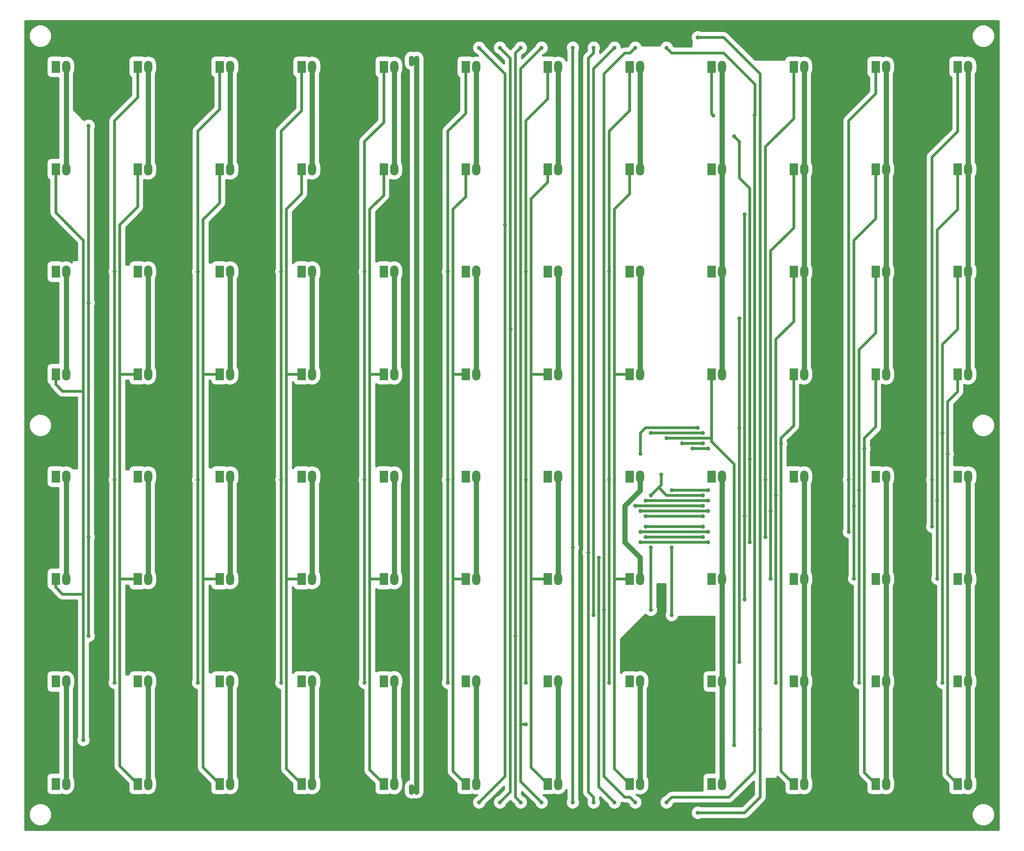
<source format=gtl>
G04 #@! TF.FileFunction,Copper,L1,Top,Signal*
%FSLAX46Y46*%
G04 Gerber Fmt 4.6, Leading zero omitted, Abs format (unit mm)*
G04 Created by KiCad (PCBNEW 4.0.7-e2-6376~58~ubuntu17.04.1) date Sun Oct 22 18:17:48 2017*
%MOMM*%
%LPD*%
G01*
G04 APERTURE LIST*
%ADD10C,0.100000*%
%ADD11R,2.000000X3.000000*%
%ADD12O,2.000000X3.000000*%
%ADD13C,1.000000*%
%ADD14C,0.635000*%
%ADD15C,1.270000*%
%ADD16C,0.500000*%
G04 APERTURE END LIST*
D10*
D11*
X23730000Y-27500000D03*
D12*
X26270000Y-27500000D03*
D11*
X43730000Y-27500000D03*
D12*
X46270000Y-27500000D03*
D11*
X63730000Y-27500000D03*
D12*
X66270000Y-27500000D03*
D11*
X83730000Y-27500000D03*
D12*
X86270000Y-27500000D03*
D11*
X103730000Y-27500000D03*
D12*
X106270000Y-27500000D03*
D11*
X123730000Y-27500000D03*
D12*
X126270000Y-27500000D03*
D11*
X143730000Y-27500000D03*
D12*
X146270000Y-27500000D03*
D11*
X163730000Y-27500000D03*
D12*
X166270000Y-27500000D03*
D11*
X23730000Y-52500000D03*
D12*
X26270000Y-52500000D03*
D11*
X43730000Y-52500000D03*
D12*
X46270000Y-52500000D03*
D11*
X63730000Y-52500000D03*
D12*
X66270000Y-52500000D03*
D11*
X83730000Y-52500000D03*
D12*
X86270000Y-52500000D03*
D11*
X103730000Y-52500000D03*
D12*
X106270000Y-52500000D03*
D11*
X123730000Y-52500000D03*
D12*
X126270000Y-52500000D03*
D11*
X143730000Y-52500000D03*
D12*
X146270000Y-52500000D03*
D11*
X163730000Y-52500000D03*
D12*
X166270000Y-52500000D03*
D11*
X23730000Y-77500000D03*
D12*
X26270000Y-77500000D03*
D11*
X43730000Y-77500000D03*
D12*
X46270000Y-77500000D03*
D11*
X63730000Y-77500000D03*
D12*
X66270000Y-77500000D03*
D11*
X83730000Y-77500000D03*
D12*
X86270000Y-77500000D03*
D11*
X103730000Y-77500000D03*
D12*
X106270000Y-77500000D03*
D11*
X123730000Y-77500000D03*
D12*
X126270000Y-77500000D03*
D11*
X143730000Y-77500000D03*
D12*
X146270000Y-77500000D03*
D11*
X163730000Y-77500000D03*
D12*
X166270000Y-77500000D03*
D11*
X23730000Y-102500000D03*
D12*
X26270000Y-102500000D03*
D11*
X43730000Y-102500000D03*
D12*
X46270000Y-102500000D03*
D11*
X63730000Y-102500000D03*
D12*
X66270000Y-102500000D03*
D11*
X83730000Y-102500000D03*
D12*
X86270000Y-102500000D03*
D11*
X103730000Y-102500000D03*
D12*
X106270000Y-102500000D03*
D11*
X123730000Y-102500000D03*
D12*
X126270000Y-102500000D03*
D11*
X143730000Y-102500000D03*
D12*
X146270000Y-102500000D03*
D11*
X163730000Y-102500000D03*
D12*
X166270000Y-102500000D03*
D11*
X23730000Y-127500000D03*
D12*
X26270000Y-127500000D03*
D11*
X43730000Y-127500000D03*
D12*
X46270000Y-127500000D03*
D11*
X63730000Y-127500000D03*
D12*
X66270000Y-127500000D03*
D11*
X83730000Y-127500000D03*
D12*
X86270000Y-127500000D03*
D11*
X103730000Y-127500000D03*
D12*
X106270000Y-127500000D03*
D11*
X123730000Y-127500000D03*
D12*
X126270000Y-127500000D03*
D11*
X143730000Y-127500000D03*
D12*
X146270000Y-127500000D03*
D11*
X163730000Y-127500000D03*
D12*
X166270000Y-127500000D03*
D11*
X23730000Y-152500000D03*
D12*
X26270000Y-152500000D03*
D11*
X43730000Y-152500000D03*
D12*
X46270000Y-152500000D03*
D11*
X63730000Y-152500000D03*
D12*
X66270000Y-152500000D03*
D11*
X83730000Y-152500000D03*
D12*
X86270000Y-152500000D03*
D11*
X103730000Y-152500000D03*
D12*
X106270000Y-152500000D03*
D11*
X123730000Y-152500000D03*
D12*
X126270000Y-152500000D03*
D11*
X143730000Y-152500000D03*
D12*
X146270000Y-152500000D03*
D11*
X163730000Y-152500000D03*
D12*
X166270000Y-152500000D03*
D11*
X23730000Y-177500000D03*
D12*
X26270000Y-177500000D03*
D11*
X43730000Y-177500000D03*
D12*
X46270000Y-177500000D03*
D11*
X63730000Y-177500000D03*
D12*
X66270000Y-177500000D03*
D11*
X83730000Y-177500000D03*
D12*
X86270000Y-177500000D03*
D11*
X103730000Y-177500000D03*
D12*
X106270000Y-177500000D03*
D11*
X123730000Y-177500000D03*
D12*
X126270000Y-177500000D03*
D11*
X143730000Y-177500000D03*
D12*
X146270000Y-177500000D03*
D11*
X163730000Y-177500000D03*
D12*
X166270000Y-177500000D03*
D11*
X23730000Y-202500000D03*
D12*
X26270000Y-202500000D03*
D11*
X43730000Y-202500000D03*
D12*
X46270000Y-202500000D03*
D11*
X63730000Y-202500000D03*
D12*
X66270000Y-202500000D03*
D11*
X83730000Y-202500000D03*
D12*
X86270000Y-202500000D03*
D11*
X103730000Y-202500000D03*
D12*
X106270000Y-202500000D03*
D11*
X123730000Y-202500000D03*
D12*
X126270000Y-202500000D03*
D11*
X143730000Y-202500000D03*
D12*
X146270000Y-202500000D03*
D11*
X163730000Y-202500000D03*
D12*
X166270000Y-202500000D03*
D11*
X183730000Y-27500000D03*
D12*
X186270000Y-27500000D03*
D11*
X203730000Y-27500000D03*
D12*
X206270000Y-27500000D03*
D11*
X223730000Y-27500000D03*
D12*
X226270000Y-27500000D03*
D11*
X243730000Y-27500000D03*
D12*
X246270000Y-27500000D03*
D11*
X183730000Y-52500000D03*
D12*
X186270000Y-52500000D03*
D11*
X203730000Y-52500000D03*
D12*
X206270000Y-52500000D03*
D11*
X223730000Y-52500000D03*
D12*
X226270000Y-52500000D03*
D11*
X243730000Y-52500000D03*
D12*
X246270000Y-52500000D03*
D11*
X183730000Y-77500000D03*
D12*
X186270000Y-77500000D03*
D11*
X203730000Y-77500000D03*
D12*
X206270000Y-77500000D03*
D11*
X223730000Y-77500000D03*
D12*
X226270000Y-77500000D03*
D11*
X243730000Y-77500000D03*
D12*
X246270000Y-77500000D03*
D11*
X183730000Y-102500000D03*
D12*
X186270000Y-102500000D03*
D11*
X203730000Y-102500000D03*
D12*
X206270000Y-102500000D03*
D11*
X223730000Y-102500000D03*
D12*
X226270000Y-102500000D03*
D11*
X243730000Y-102500000D03*
D12*
X246270000Y-102500000D03*
D11*
X183730000Y-127500000D03*
D12*
X186270000Y-127500000D03*
D11*
X203730000Y-127500000D03*
D12*
X206270000Y-127500000D03*
D11*
X223730000Y-127500000D03*
D12*
X226270000Y-127500000D03*
D11*
X243730000Y-127500000D03*
D12*
X246270000Y-127500000D03*
D11*
X183730000Y-152500000D03*
D12*
X186270000Y-152500000D03*
D11*
X203730000Y-152500000D03*
D12*
X206270000Y-152500000D03*
D11*
X223730000Y-152500000D03*
D12*
X226270000Y-152500000D03*
D11*
X243730000Y-152500000D03*
D12*
X246270000Y-152500000D03*
D11*
X183730000Y-177500000D03*
D12*
X186270000Y-177500000D03*
D11*
X203730000Y-177500000D03*
D12*
X206270000Y-177500000D03*
D11*
X223730000Y-177500000D03*
D12*
X226270000Y-177500000D03*
D11*
X243730000Y-177500000D03*
D12*
X246270000Y-177500000D03*
D11*
X183730000Y-202500000D03*
D12*
X186270000Y-202500000D03*
D11*
X203730000Y-202500000D03*
D12*
X206270000Y-202500000D03*
D11*
X223730000Y-202500000D03*
D12*
X226270000Y-202500000D03*
D11*
X243730000Y-202500000D03*
D12*
X246270000Y-202500000D03*
D13*
X193040000Y-143510000D03*
X182880000Y-143510000D03*
X166370000Y-143510000D03*
X31750000Y-142240000D03*
X31750000Y-85090000D03*
X31750000Y-166370000D03*
X31750000Y-41910000D03*
X189230000Y-44450000D03*
X184150000Y-39370000D03*
X193040000Y-123190000D03*
X181610000Y-142240000D03*
X196850000Y-142240000D03*
X167640000Y-142240000D03*
X196850000Y-128270000D03*
X38100000Y-128270000D03*
X38100000Y-77470000D03*
X38100000Y-177800000D03*
X182880000Y-140970000D03*
X217170000Y-140970000D03*
X166370000Y-140970000D03*
X217170000Y-128270000D03*
X58420000Y-128270000D03*
X58420000Y-77470000D03*
X58420000Y-177800000D03*
X181610000Y-139700000D03*
X237490000Y-139700000D03*
X167640000Y-139700000D03*
X237490000Y-128270000D03*
X78740000Y-77470000D03*
X78740000Y-128270000D03*
X78740000Y-177800000D03*
X181610000Y-137160000D03*
X191770000Y-137160000D03*
X167640000Y-137160000D03*
X191770000Y-63500000D03*
X191770000Y-157480000D03*
X99060000Y-128270000D03*
X99060000Y-77470000D03*
X99060000Y-177800000D03*
X182880000Y-135890000D03*
X198120000Y-135890000D03*
X166370000Y-135890000D03*
X198120000Y-152400000D03*
X119380000Y-77470000D03*
X119380000Y-128270000D03*
X119380000Y-177800000D03*
X181610000Y-134620000D03*
X218440000Y-134620000D03*
X165100000Y-134620000D03*
X218440000Y-152400000D03*
X138430000Y-128270000D03*
X138430000Y-77470000D03*
X138430000Y-177800000D03*
X238760000Y-133350000D03*
X182880000Y-133350000D03*
X167640000Y-133350000D03*
X238760000Y-152400000D03*
X158750000Y-128270000D03*
X158750000Y-77470000D03*
X158750000Y-177800000D03*
X30480000Y-191770000D03*
X190500000Y-88900000D03*
X180340000Y-115570000D03*
X190500000Y-115570000D03*
X166370000Y-121920000D03*
X190500000Y-172720000D03*
X181610000Y-132080000D03*
X199390000Y-132080000D03*
X168910000Y-132080000D03*
X171450000Y-127000000D03*
X199390000Y-177800000D03*
X219710000Y-130810000D03*
X182880000Y-130810000D03*
X219710000Y-177800000D03*
X173990000Y-130810000D03*
X168910000Y-116840000D03*
X240030000Y-116840000D03*
X181610000Y-116840000D03*
X240030000Y-177800000D03*
X189230000Y-193040000D03*
X172720000Y-118110000D03*
X176530000Y-119380000D03*
X200660000Y-119380000D03*
X181610000Y-119380000D03*
X179070000Y-120650000D03*
X220980000Y-120650000D03*
X182880000Y-120650000D03*
X241300000Y-121920000D03*
X133350000Y-66040000D03*
X127000000Y-22860000D03*
X127000000Y-207010000D03*
X170815000Y-155575000D03*
X171450000Y-172720000D03*
X115570000Y-172720000D03*
X115570000Y-26670000D03*
X116840000Y-26670000D03*
X116840000Y-25400000D03*
X115570000Y-25400000D03*
X115570000Y-204470000D03*
X115570000Y-203200000D03*
X116840000Y-204470000D03*
X116840000Y-203200000D03*
X111760000Y-35560000D03*
X111760000Y-185420000D03*
X111760000Y-170180000D03*
X111760000Y-90170000D03*
X111760000Y-64770000D03*
X111760000Y-26670000D03*
X110490000Y-26670000D03*
X110490000Y-25400000D03*
X111760000Y-25400000D03*
X110490000Y-204470000D03*
X111760000Y-203200000D03*
X110490000Y-203200000D03*
X111760000Y-204470000D03*
X156210000Y-147320000D03*
X160020000Y-207010000D03*
X154940000Y-22860000D03*
X153670000Y-146050000D03*
X154940000Y-207010000D03*
X173990000Y-161290000D03*
X173990000Y-144780000D03*
X154940000Y-161290000D03*
X160020000Y-22860000D03*
X149860000Y-22860000D03*
X149860000Y-207010000D03*
X149860000Y-144780000D03*
X168910000Y-160020000D03*
X157480000Y-160020000D03*
X168910000Y-144780000D03*
X165100000Y-207010000D03*
X165100000Y-22860000D03*
X180340000Y-20320000D03*
X195580000Y-189230000D03*
X180340000Y-209550000D03*
X134700000Y-91520000D03*
X132080000Y-22860000D03*
X132080000Y-207010000D03*
X135890000Y-166370000D03*
X137160000Y-22860000D03*
X137160000Y-207010000D03*
X138430000Y-187960000D03*
X142240000Y-207010000D03*
X142240000Y-22860000D03*
X172720000Y-22860000D03*
X172720000Y-207010000D03*
X194230000Y-39290000D03*
D14*
X193040000Y-143510000D02*
X193040000Y-123190000D01*
X167640000Y-143510000D02*
X182880000Y-143510000D01*
X166370000Y-143510000D02*
X167640000Y-143510000D01*
X31750000Y-166370000D02*
X31750000Y-143510000D01*
X31750000Y-44450000D02*
X31750000Y-41910000D01*
X31750000Y-67310000D02*
X31750000Y-44450000D01*
X31750000Y-143510000D02*
X31750000Y-142240000D01*
X31750000Y-142240000D02*
X31750000Y-85090000D01*
X31750000Y-85090000D02*
X31750000Y-67310000D01*
X183730000Y-27500000D02*
X183730000Y-38950000D01*
X193040000Y-123190000D02*
X193040000Y-57150000D01*
X189230000Y-44450000D02*
X190500000Y-45720000D01*
X190500000Y-45720000D02*
X190500000Y-54610000D01*
X190500000Y-54610000D02*
X193040000Y-57150000D01*
X183730000Y-38950000D02*
X184150000Y-39370000D01*
D15*
X166270000Y-52500000D02*
X166270000Y-27500000D01*
X146270000Y-52500000D02*
X146270000Y-27500000D01*
X126270000Y-52500000D02*
X126270000Y-27500000D01*
X106270000Y-52500000D02*
X106270000Y-27500000D01*
X86270000Y-52500000D02*
X86270000Y-27500000D01*
X66270000Y-52500000D02*
X66270000Y-27500000D01*
X46270000Y-52500000D02*
X46270000Y-27500000D01*
X26270000Y-52500000D02*
X26270000Y-27500000D01*
D14*
X196850000Y-128270000D02*
X196850000Y-142240000D01*
X168910000Y-142240000D02*
X181610000Y-142240000D01*
X167640000Y-142240000D02*
X168910000Y-142240000D01*
X203730000Y-27500000D02*
X203730000Y-40110000D01*
X203730000Y-40110000D02*
X196850000Y-46990000D01*
X196850000Y-46990000D02*
X196850000Y-128270000D01*
X43730000Y-27500000D02*
X43730000Y-35010000D01*
X38100000Y-40640000D02*
X38100000Y-77470000D01*
X38100000Y-77470000D02*
X38100000Y-128270000D01*
X38100000Y-128270000D02*
X38100000Y-177800000D01*
X43730000Y-35010000D02*
X38100000Y-40640000D01*
X167640000Y-140970000D02*
X182880000Y-140970000D01*
X217170000Y-140970000D02*
X217170000Y-128270000D01*
X166370000Y-140970000D02*
X167640000Y-140970000D01*
X223730000Y-27500000D02*
X223730000Y-34080000D01*
X217170000Y-40640000D02*
X217170000Y-128270000D01*
X223730000Y-34080000D02*
X217170000Y-40640000D01*
X63730000Y-27500000D02*
X63730000Y-37870000D01*
X58420000Y-43180000D02*
X58420000Y-77470000D01*
X58420000Y-77470000D02*
X58420000Y-128270000D01*
X58420000Y-128270000D02*
X58420000Y-177800000D01*
X63730000Y-37870000D02*
X58420000Y-43180000D01*
X168910000Y-139700000D02*
X181610000Y-139700000D01*
X237490000Y-139700000D02*
X237490000Y-128270000D01*
X167640000Y-139700000D02*
X168910000Y-139700000D01*
X243730000Y-43290000D02*
X243730000Y-27500000D01*
X237490000Y-49530000D02*
X243730000Y-43290000D01*
X237490000Y-86360000D02*
X237490000Y-49530000D01*
X237490000Y-128270000D02*
X237490000Y-86360000D01*
X83730000Y-27500000D02*
X83730000Y-38190000D01*
X78740000Y-43180000D02*
X78740000Y-77470000D01*
X78740000Y-77470000D02*
X78740000Y-128270000D01*
X78740000Y-128270000D02*
X78740000Y-177800000D01*
X83730000Y-38190000D02*
X78740000Y-43180000D01*
X168910000Y-137160000D02*
X181610000Y-137160000D01*
X167640000Y-137160000D02*
X168910000Y-137160000D01*
X191770000Y-73660000D02*
X191770000Y-63500000D01*
X191770000Y-137160000D02*
X191770000Y-73660000D01*
X191770000Y-137160000D02*
X191770000Y-157480000D01*
X103730000Y-27500000D02*
X103730000Y-41050000D01*
X99060000Y-45720000D02*
X99060000Y-77470000D01*
X99060000Y-77470000D02*
X99060000Y-128270000D01*
X99060000Y-128270000D02*
X99060000Y-177800000D01*
X103730000Y-41050000D02*
X99060000Y-45720000D01*
X167640000Y-135890000D02*
X182880000Y-135890000D01*
X166370000Y-135890000D02*
X167640000Y-135890000D01*
X203730000Y-52500000D02*
X203730000Y-66780000D01*
X198120000Y-72390000D02*
X198120000Y-135890000D01*
X203730000Y-66780000D02*
X198120000Y-72390000D01*
X198120000Y-135890000D02*
X198120000Y-152400000D01*
X123730000Y-27500000D02*
X123730000Y-38830000D01*
X119380000Y-43180000D02*
X119380000Y-77470000D01*
X119380000Y-77470000D02*
X119380000Y-128270000D01*
X119380000Y-128270000D02*
X119380000Y-177800000D01*
X123730000Y-38830000D02*
X119380000Y-43180000D01*
X166370000Y-134620000D02*
X181610000Y-134620000D01*
X165100000Y-134620000D02*
X166370000Y-134620000D01*
X223730000Y-52500000D02*
X223730000Y-64560000D01*
X218440000Y-69850000D02*
X218440000Y-134620000D01*
X223730000Y-64560000D02*
X218440000Y-69850000D01*
X218440000Y-134620000D02*
X218440000Y-152400000D01*
X143730000Y-27500000D02*
X143730000Y-35340000D01*
X138430000Y-40640000D02*
X138430000Y-77470000D01*
X138430000Y-77470000D02*
X138430000Y-128270000D01*
X138430000Y-128270000D02*
X138430000Y-177800000D01*
X143730000Y-35340000D02*
X138430000Y-40640000D01*
X167640000Y-133350000D02*
X182880000Y-133350000D01*
X238760000Y-152400000D02*
X238760000Y-133350000D01*
X243730000Y-62340000D02*
X243730000Y-52500000D01*
X238760000Y-133350000D02*
X238760000Y-67310000D01*
X238760000Y-67310000D02*
X243730000Y-62340000D01*
X163730000Y-38200000D02*
X158750000Y-43180000D01*
X158750000Y-43180000D02*
X158750000Y-77470000D01*
X158750000Y-77470000D02*
X158750000Y-128270000D01*
X158750000Y-128270000D02*
X158750000Y-177800000D01*
X163730000Y-38200000D02*
X163730000Y-27500000D01*
X30480000Y-106680000D02*
X30480000Y-156210000D01*
X23730000Y-102500000D02*
X23730000Y-105010000D01*
X25400000Y-106680000D02*
X30480000Y-106680000D01*
X23730000Y-105010000D02*
X25400000Y-106680000D01*
X23730000Y-152500000D02*
X23730000Y-154540000D01*
X25400000Y-156210000D02*
X30480000Y-156210000D01*
X23730000Y-154540000D02*
X25400000Y-156210000D01*
X23730000Y-52500000D02*
X23730000Y-63100000D01*
X23730000Y-63100000D02*
X30480000Y-69850000D01*
X30480000Y-69850000D02*
X30480000Y-106680000D01*
X30480000Y-156210000D02*
X30480000Y-191770000D01*
X190500000Y-90170000D02*
X190500000Y-88900000D01*
X190500000Y-115570000D02*
X190500000Y-90170000D01*
X166370000Y-121920000D02*
X166370000Y-116840000D01*
X166370000Y-116840000D02*
X167640000Y-115570000D01*
X167640000Y-115570000D02*
X180340000Y-115570000D01*
X190500000Y-115570000D02*
X190500000Y-172720000D01*
X181610000Y-132080000D02*
X172720000Y-132080000D01*
X172720000Y-132080000D02*
X170815000Y-130175000D01*
X168910000Y-132080000D02*
X170815000Y-130175000D01*
X171450000Y-129540000D02*
X171450000Y-127000000D01*
X170815000Y-130175000D02*
X171450000Y-129540000D01*
X203730000Y-77500000D02*
X203730000Y-89640000D01*
X203730000Y-89640000D02*
X199390000Y-93980000D01*
X199390000Y-93980000D02*
X199390000Y-132080000D01*
X199390000Y-132080000D02*
X199390000Y-177800000D01*
X43730000Y-152500000D02*
X39370000Y-152500000D01*
X39370000Y-152500000D02*
X39370000Y-152400000D01*
X43730000Y-102500000D02*
X39370000Y-102500000D01*
X39370000Y-102500000D02*
X39370000Y-102870000D01*
X43730000Y-52500000D02*
X43730000Y-61680000D01*
X43730000Y-61680000D02*
X39370000Y-66040000D01*
X39370000Y-66040000D02*
X39370000Y-102870000D01*
X39370000Y-102870000D02*
X39370000Y-152400000D01*
X39370000Y-152400000D02*
X39370000Y-198140000D01*
X39370000Y-198140000D02*
X43730000Y-202500000D01*
X223730000Y-77500000D02*
X223730000Y-92500000D01*
X219710000Y-96520000D02*
X219710000Y-130810000D01*
X219710000Y-130810000D02*
X219710000Y-177800000D01*
X223730000Y-92500000D02*
X219710000Y-96520000D01*
X63730000Y-102500000D02*
X59690000Y-102500000D01*
X59690000Y-102500000D02*
X59690000Y-102870000D01*
X63730000Y-152500000D02*
X59690000Y-152500000D01*
X59690000Y-152500000D02*
X59690000Y-152400000D01*
X63730000Y-52500000D02*
X63730000Y-60730000D01*
X59690000Y-198460000D02*
X63730000Y-202500000D01*
X59690000Y-64770000D02*
X59690000Y-102870000D01*
X59690000Y-102870000D02*
X59690000Y-152400000D01*
X59690000Y-152400000D02*
X59690000Y-198460000D01*
X63730000Y-60730000D02*
X59690000Y-64770000D01*
X182880000Y-130810000D02*
X173990000Y-130810000D01*
X181610000Y-116840000D02*
X168910000Y-116840000D01*
X243730000Y-91550000D02*
X243730000Y-77500000D01*
X240030000Y-95250000D02*
X243730000Y-91550000D01*
X240030000Y-177800000D02*
X240030000Y-116840000D01*
X240030000Y-116840000D02*
X240030000Y-95250000D01*
X83730000Y-152500000D02*
X80010000Y-152500000D01*
X80010000Y-152500000D02*
X80010000Y-152400000D01*
X83730000Y-102500000D02*
X80010000Y-102500000D01*
X80010000Y-102500000D02*
X80010000Y-102870000D01*
X83730000Y-52500000D02*
X83730000Y-58510000D01*
X80010000Y-198780000D02*
X83730000Y-202500000D01*
X80010000Y-62230000D02*
X80010000Y-102870000D01*
X80010000Y-102870000D02*
X80010000Y-152400000D01*
X80010000Y-152400000D02*
X80010000Y-198780000D01*
X83730000Y-58510000D02*
X80010000Y-62230000D01*
X183730000Y-118960000D02*
X189230000Y-124460000D01*
X183730000Y-118960000D02*
X183730000Y-118110000D01*
X189230000Y-124460000D02*
X189230000Y-193040000D01*
X183730000Y-118110000D02*
X182880000Y-118110000D01*
X182880000Y-118110000D02*
X172720000Y-118110000D01*
X183730000Y-102500000D02*
X183730000Y-118110000D01*
X103730000Y-152500000D02*
X100330000Y-152500000D01*
X100330000Y-152500000D02*
X100330000Y-152400000D01*
X103730000Y-102500000D02*
X100330000Y-102500000D01*
X100330000Y-102500000D02*
X100330000Y-102870000D01*
X103730000Y-52500000D02*
X103730000Y-58830000D01*
X100330000Y-199100000D02*
X103730000Y-202500000D01*
X100330000Y-62230000D02*
X100330000Y-102870000D01*
X100330000Y-102870000D02*
X100330000Y-152400000D01*
X100330000Y-152400000D02*
X100330000Y-199100000D01*
X103730000Y-58830000D02*
X100330000Y-62230000D01*
X181610000Y-119380000D02*
X176530000Y-119380000D01*
X203730000Y-102500000D02*
X203730000Y-115040000D01*
X200660000Y-199430000D02*
X203730000Y-202500000D01*
X200660000Y-118110000D02*
X200660000Y-119380000D01*
X200660000Y-119380000D02*
X200660000Y-199430000D01*
X203730000Y-115040000D02*
X200660000Y-118110000D01*
X123730000Y-102500000D02*
X120650000Y-102500000D01*
X120650000Y-102500000D02*
X120650000Y-102870000D01*
X123730000Y-152500000D02*
X120650000Y-152500000D01*
X120650000Y-152500000D02*
X120650000Y-152400000D01*
X123730000Y-52500000D02*
X123730000Y-59150000D01*
X120650000Y-199420000D02*
X123730000Y-202500000D01*
X120650000Y-62230000D02*
X120650000Y-102870000D01*
X120650000Y-102870000D02*
X120650000Y-152400000D01*
X120650000Y-152400000D02*
X120650000Y-199420000D01*
X123730000Y-59150000D02*
X120650000Y-62230000D01*
X182880000Y-120650000D02*
X179070000Y-120650000D01*
X223730000Y-102500000D02*
X223730000Y-115360000D01*
X220980000Y-199750000D02*
X223730000Y-202500000D01*
X220980000Y-118110000D02*
X220980000Y-120650000D01*
X220980000Y-120650000D02*
X220980000Y-199750000D01*
X223730000Y-115360000D02*
X220980000Y-118110000D01*
X143730000Y-102500000D02*
X139700000Y-102500000D01*
X139700000Y-102500000D02*
X139700000Y-102870000D01*
X143730000Y-152500000D02*
X139700000Y-152500000D01*
X139700000Y-152500000D02*
X139700000Y-152400000D01*
X143730000Y-52500000D02*
X143730000Y-55660000D01*
X139700000Y-198470000D02*
X143730000Y-202500000D01*
X139700000Y-59690000D02*
X139700000Y-102870000D01*
X139700000Y-102870000D02*
X139700000Y-152400000D01*
X139700000Y-152400000D02*
X139700000Y-198470000D01*
X143730000Y-55660000D02*
X139700000Y-59690000D01*
X243730000Y-102500000D02*
X243730000Y-106790000D01*
X243730000Y-106790000D02*
X241300000Y-109220000D01*
X241300000Y-109220000D02*
X241300000Y-121920000D01*
X241300000Y-200070000D02*
X243730000Y-202500000D01*
X241300000Y-121920000D02*
X241300000Y-200070000D01*
X163730000Y-102500000D02*
X160020000Y-102500000D01*
X160020000Y-102500000D02*
X160020000Y-102870000D01*
X163730000Y-152500000D02*
X160020000Y-152500000D01*
X160020000Y-152500000D02*
X160020000Y-152400000D01*
X163730000Y-52500000D02*
X163730000Y-58520000D01*
X160020000Y-198790000D02*
X163730000Y-202500000D01*
X160020000Y-62230000D02*
X160020000Y-102870000D01*
X160020000Y-102870000D02*
X160020000Y-152400000D01*
X160020000Y-152400000D02*
X160020000Y-198790000D01*
X163730000Y-58520000D02*
X160020000Y-62230000D01*
D15*
X186270000Y-102500000D02*
X186270000Y-77500000D01*
X186270000Y-77500000D02*
X186270000Y-52500000D01*
X186270000Y-52500000D02*
X186270000Y-27500000D01*
X246270000Y-52500000D02*
X246270000Y-27500000D01*
X246270000Y-77500000D02*
X246270000Y-52500000D01*
X246270000Y-102500000D02*
X246270000Y-77500000D01*
X226270000Y-77500000D02*
X226270000Y-102500000D01*
X226270000Y-52500000D02*
X226270000Y-77500000D01*
X226270000Y-27500000D02*
X226270000Y-52500000D01*
X206270000Y-27500000D02*
X206270000Y-52500000D01*
X206270000Y-52500000D02*
X206270000Y-77500000D01*
X206270000Y-102500000D02*
X206270000Y-77500000D01*
D14*
X133350000Y-200660000D02*
X133350000Y-66040000D01*
X133350000Y-29210000D02*
X127000000Y-22860000D01*
X133350000Y-66040000D02*
X133350000Y-29210000D01*
X127000000Y-207010000D02*
X133350000Y-200660000D01*
X171450000Y-156210000D02*
X170815000Y-155575000D01*
D15*
X171450000Y-158115000D02*
X171450000Y-156210000D01*
X171450000Y-172720000D02*
X171450000Y-163830000D01*
X171450000Y-157480000D02*
X171450000Y-158115000D01*
X171450000Y-158115000D02*
X171450000Y-163830000D01*
X115570000Y-26670000D02*
X115570000Y-41910000D01*
X115570000Y-41910000D02*
X115570000Y-172720000D01*
X115570000Y-172720000D02*
X115570000Y-203200000D01*
X116840000Y-26670000D02*
X116840000Y-25400000D01*
X115570000Y-25400000D02*
X115570000Y-26670000D01*
X115570000Y-204470000D02*
X115570000Y-203200000D01*
X116840000Y-203200000D02*
X116840000Y-204470000D01*
X111760000Y-26670000D02*
X111760000Y-35560000D01*
X111760000Y-35560000D02*
X111760000Y-41910000D01*
X111760000Y-41910000D02*
X111760000Y-64770000D01*
X111760000Y-64770000D02*
X111760000Y-90170000D01*
X111760000Y-90170000D02*
X111760000Y-166370000D01*
X111760000Y-166370000D02*
X111760000Y-170180000D01*
X111760000Y-170180000D02*
X111760000Y-185420000D01*
X111760000Y-185420000D02*
X111760000Y-203200000D01*
X110490000Y-26670000D02*
X110490000Y-25400000D01*
X111760000Y-25400000D02*
X111760000Y-26670000D01*
X110490000Y-204470000D02*
X110490000Y-203200000D01*
X111760000Y-203200000D02*
X111760000Y-204470000D01*
X26270000Y-102500000D02*
X26270000Y-77500000D01*
X46270000Y-102500000D02*
X46270000Y-77500000D01*
X66270000Y-102500000D02*
X66270000Y-77500000D01*
X86270000Y-102500000D02*
X86270000Y-77500000D01*
X106270000Y-102500000D02*
X106270000Y-77500000D01*
X126270000Y-102500000D02*
X126270000Y-77500000D01*
X146270000Y-102500000D02*
X146270000Y-77500000D01*
X166270000Y-102500000D02*
X166270000Y-77500000D01*
X166270000Y-152500000D02*
X166270000Y-147220000D01*
X166270000Y-147220000D02*
X162560000Y-143510000D01*
X162560000Y-143510000D02*
X162560000Y-134620000D01*
X162560000Y-134620000D02*
X166270000Y-130910000D01*
X166270000Y-130910000D02*
X166270000Y-127500000D01*
X146270000Y-152500000D02*
X146270000Y-127500000D01*
X126270000Y-152500000D02*
X126270000Y-127500000D01*
X106270000Y-152500000D02*
X106270000Y-127500000D01*
X86270000Y-152500000D02*
X86270000Y-127500000D01*
X66270000Y-152500000D02*
X66270000Y-127500000D01*
X46270000Y-152500000D02*
X46270000Y-127500000D01*
X26270000Y-152500000D02*
X26270000Y-127500000D01*
X166270000Y-202500000D02*
X166270000Y-177500000D01*
X146270000Y-202500000D02*
X146270000Y-177500000D01*
X126270000Y-202500000D02*
X126270000Y-177500000D01*
X106270000Y-202500000D02*
X106270000Y-177500000D01*
X86270000Y-202500000D02*
X86270000Y-177500000D01*
X66270000Y-202500000D02*
X66270000Y-177500000D01*
X46270000Y-202500000D02*
X46270000Y-177500000D01*
X26270000Y-177500000D02*
X26270000Y-202500000D01*
X186270000Y-202500000D02*
X186270000Y-177500000D01*
X186270000Y-177500000D02*
X186270000Y-152500000D01*
X186270000Y-152500000D02*
X186270000Y-127500000D01*
X246270000Y-152500000D02*
X246270000Y-127500000D01*
X226270000Y-152500000D02*
X226270000Y-127500000D01*
X206270000Y-152500000D02*
X206270000Y-127500000D01*
X246270000Y-177500000D02*
X246270000Y-202500000D01*
X246270000Y-152500000D02*
X246270000Y-177500000D01*
X226270000Y-177500000D02*
X226270000Y-152500000D01*
X226270000Y-177500000D02*
X226270000Y-202500000D01*
X206270000Y-177500000D02*
X206270000Y-152500000D01*
X206270000Y-202500000D02*
X206270000Y-177500000D01*
D14*
X156210000Y-203200000D02*
X156210000Y-147320000D01*
X160020000Y-207010000D02*
X156210000Y-203200000D01*
X153670000Y-146050000D02*
X153670000Y-25400000D01*
X154940000Y-24130000D02*
X154940000Y-22860000D01*
X153670000Y-25400000D02*
X154940000Y-24130000D01*
X154940000Y-205740000D02*
X154940000Y-207010000D01*
X153670000Y-204470000D02*
X154940000Y-205740000D01*
X153670000Y-186690000D02*
X153670000Y-204470000D01*
X153670000Y-146050000D02*
X153670000Y-186690000D01*
X173990000Y-157480000D02*
X173990000Y-144780000D01*
X173990000Y-161290000D02*
X173990000Y-157480000D01*
X154940000Y-27940000D02*
X154940000Y-161290000D01*
X160020000Y-22860000D02*
X156210000Y-26670000D01*
X156210000Y-26670000D02*
X154940000Y-27940000D01*
X149860000Y-144780000D02*
X149860000Y-22860000D01*
X149860000Y-144780000D02*
X149860000Y-207010000D01*
X168910000Y-144780000D02*
X168910000Y-160020000D01*
X162560000Y-24130000D02*
X161290000Y-25400000D01*
X157480000Y-29210000D02*
X157480000Y-160020000D01*
X157480000Y-29210000D02*
X161290000Y-25400000D01*
X165100000Y-207010000D02*
X163830000Y-205740000D01*
X163830000Y-205740000D02*
X162560000Y-205740000D01*
X162560000Y-205740000D02*
X157480000Y-200660000D01*
X157480000Y-200660000D02*
X157480000Y-160020000D01*
X163830000Y-24130000D02*
X165100000Y-22860000D01*
X162560000Y-24130000D02*
X163830000Y-24130000D01*
X195580000Y-30480000D02*
X195580000Y-29210000D01*
X186690000Y-20320000D02*
X180340000Y-20320000D01*
X195580000Y-29210000D02*
X186690000Y-20320000D01*
X195580000Y-205740000D02*
X195580000Y-189230000D01*
X191770000Y-209550000D02*
X195580000Y-205740000D01*
X180340000Y-209550000D02*
X191770000Y-209550000D01*
X195580000Y-35560000D02*
X195580000Y-189230000D01*
X195580000Y-30480000D02*
X195580000Y-35560000D01*
X134700000Y-91520000D02*
X134620000Y-91440000D01*
X134620000Y-25400000D02*
X132080000Y-22860000D01*
X134620000Y-204470000D02*
X134620000Y-91440000D01*
X134620000Y-91440000D02*
X134620000Y-25400000D01*
X132080000Y-207010000D02*
X134620000Y-204470000D01*
X135890000Y-24130000D02*
X137160000Y-22860000D01*
X135890000Y-205740000D02*
X135890000Y-166370000D01*
X135890000Y-166370000D02*
X135890000Y-24130000D01*
X137160000Y-207010000D02*
X135890000Y-205740000D01*
X138430000Y-187960000D02*
X137160000Y-187960000D01*
X137160000Y-38100000D02*
X137160000Y-27940000D01*
X142240000Y-207010000D02*
X137160000Y-201930000D01*
X137160000Y-201930000D02*
X137160000Y-187960000D01*
X137160000Y-187960000D02*
X137160000Y-38100000D01*
X137160000Y-27940000D02*
X142240000Y-22860000D01*
X186690000Y-24130000D02*
X194310000Y-31750000D01*
X173990000Y-24130000D02*
X186690000Y-24130000D01*
X172720000Y-22860000D02*
X173990000Y-24130000D01*
X194230000Y-39290000D02*
X194230000Y-199470000D01*
X173990000Y-205740000D02*
X172720000Y-207010000D01*
X187960000Y-205740000D02*
X173990000Y-205740000D01*
X194230000Y-199470000D02*
X187960000Y-205740000D01*
X194230000Y-39290000D02*
X194310000Y-39370000D01*
X194310000Y-31750000D02*
X194310000Y-35560000D01*
X194310000Y-39370000D02*
X194310000Y-35560000D01*
D16*
G36*
X253675000Y-213675000D02*
X16325000Y-213675000D01*
X16325000Y-210564413D01*
X17149506Y-210564413D01*
X17582479Y-211612286D01*
X18383497Y-212414704D01*
X19430613Y-212849504D01*
X20564413Y-212850494D01*
X21612286Y-212417521D01*
X22414704Y-211616503D01*
X22849504Y-210569387D01*
X22850494Y-209435587D01*
X22417521Y-208387714D01*
X21616503Y-207585296D01*
X20569387Y-207150496D01*
X19435587Y-207149506D01*
X18387714Y-207582479D01*
X17585296Y-208383497D01*
X17150496Y-209430613D01*
X17149506Y-210564413D01*
X16325000Y-210564413D01*
X16325000Y-176000000D01*
X21455512Y-176000000D01*
X21455512Y-179000000D01*
X21542673Y-179463222D01*
X21816437Y-179888663D01*
X22234153Y-180174076D01*
X22730000Y-180274488D01*
X24385000Y-180274488D01*
X24385000Y-199725512D01*
X22730000Y-199725512D01*
X22266778Y-199812673D01*
X21841337Y-200086437D01*
X21555924Y-200504153D01*
X21455512Y-201000000D01*
X21455512Y-204000000D01*
X21542673Y-204463222D01*
X21816437Y-204888663D01*
X22234153Y-205174076D01*
X22730000Y-205274488D01*
X24730000Y-205274488D01*
X25193222Y-205187327D01*
X25344843Y-205089762D01*
X25408962Y-205132605D01*
X26270000Y-205303876D01*
X27131038Y-205132605D01*
X27860990Y-204644866D01*
X28348729Y-203914914D01*
X28520000Y-203053876D01*
X28520000Y-201946124D01*
X28348729Y-201085086D01*
X28155000Y-200795150D01*
X28155000Y-179204850D01*
X28348729Y-178914914D01*
X28520000Y-178053876D01*
X28520000Y-176946124D01*
X28348729Y-176085086D01*
X27860990Y-175355134D01*
X27131038Y-174867395D01*
X26270000Y-174696124D01*
X25408962Y-174867395D01*
X25347068Y-174908751D01*
X25225847Y-174825924D01*
X24730000Y-174725512D01*
X22730000Y-174725512D01*
X22266778Y-174812673D01*
X21841337Y-175086437D01*
X21555924Y-175504153D01*
X21455512Y-176000000D01*
X16325000Y-176000000D01*
X16325000Y-115564413D01*
X17149506Y-115564413D01*
X17582479Y-116612286D01*
X18383497Y-117414704D01*
X19430613Y-117849504D01*
X20564413Y-117850494D01*
X21612286Y-117417521D01*
X22414704Y-116616503D01*
X22849504Y-115569387D01*
X22850494Y-114435587D01*
X22417521Y-113387714D01*
X21616503Y-112585296D01*
X20569387Y-112150496D01*
X19435587Y-112149506D01*
X18387714Y-112582479D01*
X17585296Y-113383497D01*
X17150496Y-114430613D01*
X17149506Y-115564413D01*
X16325000Y-115564413D01*
X16325000Y-26000000D01*
X21455512Y-26000000D01*
X21455512Y-29000000D01*
X21542673Y-29463222D01*
X21816437Y-29888663D01*
X22234153Y-30174076D01*
X22730000Y-30274488D01*
X24385000Y-30274488D01*
X24385000Y-49725512D01*
X22730000Y-49725512D01*
X22266778Y-49812673D01*
X21841337Y-50086437D01*
X21555924Y-50504153D01*
X21455512Y-51000000D01*
X21455512Y-54000000D01*
X21542673Y-54463222D01*
X21816437Y-54888663D01*
X22162500Y-55125118D01*
X22162500Y-63100000D01*
X22281819Y-63699856D01*
X22621610Y-64208390D01*
X28912500Y-70499280D01*
X28912500Y-74680000D01*
X27940000Y-74680000D01*
X27849136Y-74697097D01*
X27765682Y-74750798D01*
X27709696Y-74832736D01*
X27690000Y-74930000D01*
X27690000Y-75240882D01*
X27131038Y-74867395D01*
X26270000Y-74696124D01*
X25408962Y-74867395D01*
X25347068Y-74908751D01*
X25225847Y-74825924D01*
X24730000Y-74725512D01*
X22730000Y-74725512D01*
X22266778Y-74812673D01*
X21841337Y-75086437D01*
X21555924Y-75504153D01*
X21455512Y-76000000D01*
X21455512Y-79000000D01*
X21542673Y-79463222D01*
X21816437Y-79888663D01*
X22234153Y-80174076D01*
X22730000Y-80274488D01*
X24385000Y-80274488D01*
X24385000Y-99725512D01*
X22730000Y-99725512D01*
X22266778Y-99812673D01*
X21841337Y-100086437D01*
X21555924Y-100504153D01*
X21455512Y-101000000D01*
X21455512Y-104000000D01*
X21542673Y-104463222D01*
X21816437Y-104888663D01*
X22189000Y-105143224D01*
X22281819Y-105609856D01*
X22621610Y-106118390D01*
X24291610Y-107788390D01*
X24800144Y-108128181D01*
X25400000Y-108247500D01*
X28912500Y-108247500D01*
X28912500Y-125480000D01*
X27944423Y-125480000D01*
X27860990Y-125355134D01*
X27131038Y-124867395D01*
X26270000Y-124696124D01*
X25408962Y-124867395D01*
X25347068Y-124908751D01*
X25225847Y-124825924D01*
X24730000Y-124725512D01*
X22730000Y-124725512D01*
X22266778Y-124812673D01*
X21841337Y-125086437D01*
X21555924Y-125504153D01*
X21455512Y-126000000D01*
X21455512Y-129000000D01*
X21542673Y-129463222D01*
X21816437Y-129888663D01*
X22234153Y-130174076D01*
X22730000Y-130274488D01*
X24385000Y-130274488D01*
X24385000Y-149725512D01*
X22730000Y-149725512D01*
X22266778Y-149812673D01*
X21841337Y-150086437D01*
X21555924Y-150504153D01*
X21455512Y-151000000D01*
X21455512Y-154000000D01*
X21542673Y-154463222D01*
X21816437Y-154888663D01*
X22234153Y-155174076D01*
X22315721Y-155190594D01*
X22621610Y-155648390D01*
X24291610Y-157318390D01*
X24800144Y-157658181D01*
X25400000Y-157777500D01*
X28912500Y-157777500D01*
X28912500Y-190981600D01*
X28730304Y-191420376D01*
X28729696Y-192116569D01*
X28995557Y-192760001D01*
X29487410Y-193252713D01*
X30130376Y-193519696D01*
X30826569Y-193520304D01*
X31470001Y-193254443D01*
X31962713Y-192762590D01*
X32229696Y-192119624D01*
X32230304Y-191423431D01*
X32047500Y-190981012D01*
X32047500Y-168120261D01*
X32096569Y-168120304D01*
X32740001Y-167854443D01*
X33232713Y-167362590D01*
X33499696Y-166719624D01*
X33500304Y-166023431D01*
X33317500Y-165581012D01*
X33317500Y-143028400D01*
X33499696Y-142589624D01*
X33500304Y-141893431D01*
X33317500Y-141451012D01*
X33317500Y-85878400D01*
X33499696Y-85439624D01*
X33500304Y-84743431D01*
X33317500Y-84301012D01*
X33317500Y-77816569D01*
X36349696Y-77816569D01*
X36532500Y-78258988D01*
X36532500Y-127481600D01*
X36350304Y-127920376D01*
X36349696Y-128616569D01*
X36532500Y-129058988D01*
X36532500Y-177011600D01*
X36350304Y-177450376D01*
X36349696Y-178146569D01*
X36615557Y-178790001D01*
X37107410Y-179282713D01*
X37750376Y-179549696D01*
X37802500Y-179549742D01*
X37802500Y-198140000D01*
X37921819Y-198739856D01*
X38261610Y-199248390D01*
X41455512Y-202442292D01*
X41455512Y-204000000D01*
X41542673Y-204463222D01*
X41816437Y-204888663D01*
X42234153Y-205174076D01*
X42730000Y-205274488D01*
X44730000Y-205274488D01*
X45193222Y-205187327D01*
X45344843Y-205089762D01*
X45408962Y-205132605D01*
X46270000Y-205303876D01*
X47131038Y-205132605D01*
X47860990Y-204644866D01*
X48348729Y-203914914D01*
X48520000Y-203053876D01*
X48520000Y-201946124D01*
X48348729Y-201085086D01*
X48155000Y-200795150D01*
X48155000Y-179204850D01*
X48348729Y-178914914D01*
X48520000Y-178053876D01*
X48520000Y-176946124D01*
X48348729Y-176085086D01*
X47860990Y-175355134D01*
X47131038Y-174867395D01*
X46270000Y-174696124D01*
X45408962Y-174867395D01*
X45347068Y-174908751D01*
X45225847Y-174825924D01*
X44730000Y-174725512D01*
X42730000Y-174725512D01*
X42266778Y-174812673D01*
X41841337Y-175086437D01*
X41555924Y-175504153D01*
X41505897Y-175751194D01*
X41500000Y-175750000D01*
X41000000Y-175750000D01*
X40937500Y-175761760D01*
X40937500Y-154067500D01*
X41468213Y-154067500D01*
X41542673Y-154463222D01*
X41816437Y-154888663D01*
X42234153Y-155174076D01*
X42730000Y-155274488D01*
X44730000Y-155274488D01*
X45193222Y-155187327D01*
X45344843Y-155089762D01*
X45408962Y-155132605D01*
X46270000Y-155303876D01*
X47131038Y-155132605D01*
X47860990Y-154644866D01*
X48348729Y-153914914D01*
X48520000Y-153053876D01*
X48520000Y-151946124D01*
X48348729Y-151085086D01*
X48155000Y-150795150D01*
X48155000Y-129204850D01*
X48348729Y-128914914D01*
X48520000Y-128053876D01*
X48520000Y-126946124D01*
X48348729Y-126085086D01*
X47860990Y-125355134D01*
X47131038Y-124867395D01*
X46270000Y-124696124D01*
X45408962Y-124867395D01*
X45347068Y-124908751D01*
X45225847Y-124825924D01*
X44730000Y-124725512D01*
X42730000Y-124725512D01*
X42266778Y-124812673D01*
X41841337Y-125086437D01*
X41555924Y-125504153D01*
X41505897Y-125751194D01*
X41500000Y-125750000D01*
X41000000Y-125750000D01*
X40937500Y-125761760D01*
X40937500Y-104067500D01*
X41468213Y-104067500D01*
X41542673Y-104463222D01*
X41816437Y-104888663D01*
X42234153Y-105174076D01*
X42730000Y-105274488D01*
X44730000Y-105274488D01*
X45193222Y-105187327D01*
X45344843Y-105089762D01*
X45408962Y-105132605D01*
X46270000Y-105303876D01*
X47131038Y-105132605D01*
X47860990Y-104644866D01*
X48348729Y-103914914D01*
X48520000Y-103053876D01*
X48520000Y-101946124D01*
X48348729Y-101085086D01*
X48155000Y-100795150D01*
X48155000Y-79204850D01*
X48348729Y-78914914D01*
X48520000Y-78053876D01*
X48520000Y-77816569D01*
X56669696Y-77816569D01*
X56852500Y-78258988D01*
X56852500Y-127481600D01*
X56670304Y-127920376D01*
X56669696Y-128616569D01*
X56852500Y-129058988D01*
X56852500Y-177011600D01*
X56670304Y-177450376D01*
X56669696Y-178146569D01*
X56935557Y-178790001D01*
X57427410Y-179282713D01*
X58070376Y-179549696D01*
X58122500Y-179549742D01*
X58122500Y-198460000D01*
X58241819Y-199059856D01*
X58581610Y-199568390D01*
X61455512Y-202442292D01*
X61455512Y-204000000D01*
X61542673Y-204463222D01*
X61816437Y-204888663D01*
X62234153Y-205174076D01*
X62730000Y-205274488D01*
X64730000Y-205274488D01*
X65193222Y-205187327D01*
X65344843Y-205089762D01*
X65408962Y-205132605D01*
X66270000Y-205303876D01*
X67131038Y-205132605D01*
X67860990Y-204644866D01*
X68348729Y-203914914D01*
X68520000Y-203053876D01*
X68520000Y-201946124D01*
X68348729Y-201085086D01*
X68155000Y-200795150D01*
X68155000Y-179204850D01*
X68348729Y-178914914D01*
X68520000Y-178053876D01*
X68520000Y-176946124D01*
X68348729Y-176085086D01*
X67860990Y-175355134D01*
X67131038Y-174867395D01*
X66270000Y-174696124D01*
X65408962Y-174867395D01*
X65347068Y-174908751D01*
X65225847Y-174825924D01*
X64730000Y-174725512D01*
X62730000Y-174725512D01*
X62266778Y-174812673D01*
X61841337Y-175086437D01*
X61678293Y-175325061D01*
X61597264Y-175269696D01*
X61500000Y-175250000D01*
X61257500Y-175250000D01*
X61257500Y-154067500D01*
X61468213Y-154067500D01*
X61542673Y-154463222D01*
X61816437Y-154888663D01*
X62234153Y-155174076D01*
X62730000Y-155274488D01*
X64730000Y-155274488D01*
X65193222Y-155187327D01*
X65344843Y-155089762D01*
X65408962Y-155132605D01*
X66270000Y-155303876D01*
X67131038Y-155132605D01*
X67860990Y-154644866D01*
X68348729Y-153914914D01*
X68520000Y-153053876D01*
X68520000Y-151946124D01*
X68348729Y-151085086D01*
X68155000Y-150795150D01*
X68155000Y-129204850D01*
X68348729Y-128914914D01*
X68520000Y-128053876D01*
X68520000Y-126946124D01*
X68348729Y-126085086D01*
X67860990Y-125355134D01*
X67131038Y-124867395D01*
X66270000Y-124696124D01*
X65408962Y-124867395D01*
X65347068Y-124908751D01*
X65225847Y-124825924D01*
X64730000Y-124725512D01*
X62730000Y-124725512D01*
X62266778Y-124812673D01*
X61841337Y-125086437D01*
X61678293Y-125325061D01*
X61597264Y-125269696D01*
X61500000Y-125250000D01*
X61257500Y-125250000D01*
X61257500Y-104067500D01*
X61468213Y-104067500D01*
X61542673Y-104463222D01*
X61816437Y-104888663D01*
X62234153Y-105174076D01*
X62730000Y-105274488D01*
X64730000Y-105274488D01*
X65193222Y-105187327D01*
X65344843Y-105089762D01*
X65408962Y-105132605D01*
X66270000Y-105303876D01*
X67131038Y-105132605D01*
X67860990Y-104644866D01*
X68348729Y-103914914D01*
X68520000Y-103053876D01*
X68520000Y-101946124D01*
X68348729Y-101085086D01*
X68155000Y-100795150D01*
X68155000Y-79204850D01*
X68348729Y-78914914D01*
X68520000Y-78053876D01*
X68520000Y-77816569D01*
X76989696Y-77816569D01*
X77172500Y-78258988D01*
X77172500Y-127481600D01*
X76990304Y-127920376D01*
X76989696Y-128616569D01*
X77172500Y-129058988D01*
X77172500Y-177011600D01*
X76990304Y-177450376D01*
X76989696Y-178146569D01*
X77255557Y-178790001D01*
X77747410Y-179282713D01*
X78390376Y-179549696D01*
X78442500Y-179549742D01*
X78442500Y-198780000D01*
X78561819Y-199379856D01*
X78901610Y-199888390D01*
X81455512Y-202442292D01*
X81455512Y-204000000D01*
X81542673Y-204463222D01*
X81816437Y-204888663D01*
X82234153Y-205174076D01*
X82730000Y-205274488D01*
X84730000Y-205274488D01*
X85193222Y-205187327D01*
X85344843Y-205089762D01*
X85408962Y-205132605D01*
X86270000Y-205303876D01*
X87131038Y-205132605D01*
X87860990Y-204644866D01*
X88348729Y-203914914D01*
X88520000Y-203053876D01*
X88520000Y-201946124D01*
X88348729Y-201085086D01*
X88155000Y-200795150D01*
X88155000Y-179204850D01*
X88348729Y-178914914D01*
X88520000Y-178053876D01*
X88520000Y-176946124D01*
X88348729Y-176085086D01*
X87860990Y-175355134D01*
X87131038Y-174867395D01*
X86270000Y-174696124D01*
X85408962Y-174867395D01*
X85347068Y-174908751D01*
X85225847Y-174825924D01*
X84730000Y-174725512D01*
X82730000Y-174725512D01*
X82266778Y-174812673D01*
X81841337Y-175086437D01*
X81577500Y-175472575D01*
X81577500Y-154517345D01*
X81816437Y-154888663D01*
X82234153Y-155174076D01*
X82730000Y-155274488D01*
X84730000Y-155274488D01*
X85193222Y-155187327D01*
X85344843Y-155089762D01*
X85408962Y-155132605D01*
X86270000Y-155303876D01*
X87131038Y-155132605D01*
X87860990Y-154644866D01*
X88348729Y-153914914D01*
X88520000Y-153053876D01*
X88520000Y-151946124D01*
X88348729Y-151085086D01*
X88155000Y-150795150D01*
X88155000Y-129204850D01*
X88348729Y-128914914D01*
X88520000Y-128053876D01*
X88520000Y-126946124D01*
X88348729Y-126085086D01*
X87860990Y-125355134D01*
X87131038Y-124867395D01*
X86270000Y-124696124D01*
X85408962Y-124867395D01*
X85347068Y-124908751D01*
X85225847Y-124825924D01*
X84730000Y-124725512D01*
X82730000Y-124725512D01*
X82266778Y-124812673D01*
X81841337Y-125086437D01*
X81577500Y-125472575D01*
X81577500Y-104517345D01*
X81816437Y-104888663D01*
X82234153Y-105174076D01*
X82730000Y-105274488D01*
X84730000Y-105274488D01*
X85193222Y-105187327D01*
X85344843Y-105089762D01*
X85408962Y-105132605D01*
X86270000Y-105303876D01*
X87131038Y-105132605D01*
X87860990Y-104644866D01*
X88348729Y-103914914D01*
X88520000Y-103053876D01*
X88520000Y-101946124D01*
X88348729Y-101085086D01*
X88155000Y-100795150D01*
X88155000Y-79204850D01*
X88348729Y-78914914D01*
X88520000Y-78053876D01*
X88520000Y-77816569D01*
X97309696Y-77816569D01*
X97492500Y-78258988D01*
X97492500Y-127481600D01*
X97310304Y-127920376D01*
X97309696Y-128616569D01*
X97492500Y-129058988D01*
X97492500Y-177011600D01*
X97310304Y-177450376D01*
X97309696Y-178146569D01*
X97575557Y-178790001D01*
X98067410Y-179282713D01*
X98710376Y-179549696D01*
X98762500Y-179549742D01*
X98762500Y-199100000D01*
X98881819Y-199699856D01*
X99221610Y-200208390D01*
X101455512Y-202442292D01*
X101455512Y-204000000D01*
X101542673Y-204463222D01*
X101816437Y-204888663D01*
X102234153Y-205174076D01*
X102730000Y-205274488D01*
X104730000Y-205274488D01*
X105193222Y-205187327D01*
X105344843Y-205089762D01*
X105408962Y-205132605D01*
X106270000Y-205303876D01*
X107131038Y-205132605D01*
X107860990Y-204644866D01*
X108348729Y-203914914D01*
X108520000Y-203053876D01*
X108520000Y-201946124D01*
X108348729Y-201085086D01*
X108155000Y-200795150D01*
X108155000Y-179204850D01*
X108348729Y-178914914D01*
X108520000Y-178053876D01*
X108520000Y-176946124D01*
X108348729Y-176085086D01*
X107860990Y-175355134D01*
X107131038Y-174867395D01*
X106270000Y-174696124D01*
X105408962Y-174867395D01*
X105347068Y-174908751D01*
X105225847Y-174825924D01*
X104730000Y-174725512D01*
X102730000Y-174725512D01*
X102266778Y-174812673D01*
X101897500Y-175050297D01*
X101897500Y-154944051D01*
X102234153Y-155174076D01*
X102730000Y-155274488D01*
X104730000Y-155274488D01*
X105193222Y-155187327D01*
X105344843Y-155089762D01*
X105408962Y-155132605D01*
X106270000Y-155303876D01*
X107131038Y-155132605D01*
X107860990Y-154644866D01*
X108348729Y-153914914D01*
X108520000Y-153053876D01*
X108520000Y-151946124D01*
X108348729Y-151085086D01*
X108155000Y-150795150D01*
X108155000Y-129204850D01*
X108348729Y-128914914D01*
X108520000Y-128053876D01*
X108520000Y-126946124D01*
X108348729Y-126085086D01*
X107860990Y-125355134D01*
X107131038Y-124867395D01*
X106270000Y-124696124D01*
X105408962Y-124867395D01*
X105347068Y-124908751D01*
X105225847Y-124825924D01*
X104730000Y-124725512D01*
X102730000Y-124725512D01*
X102266778Y-124812673D01*
X101897500Y-125050297D01*
X101897500Y-104944051D01*
X102234153Y-105174076D01*
X102730000Y-105274488D01*
X104730000Y-105274488D01*
X105193222Y-105187327D01*
X105344843Y-105089762D01*
X105408962Y-105132605D01*
X106270000Y-105303876D01*
X107131038Y-105132605D01*
X107860990Y-104644866D01*
X108348729Y-103914914D01*
X108520000Y-103053876D01*
X108520000Y-101946124D01*
X108348729Y-101085086D01*
X108155000Y-100795150D01*
X108155000Y-79204850D01*
X108348729Y-78914914D01*
X108520000Y-78053876D01*
X108520000Y-76946124D01*
X108348729Y-76085086D01*
X107860990Y-75355134D01*
X107131038Y-74867395D01*
X106270000Y-74696124D01*
X105408962Y-74867395D01*
X105347068Y-74908751D01*
X105225847Y-74825924D01*
X104730000Y-74725512D01*
X102730000Y-74725512D01*
X102266778Y-74812673D01*
X101897500Y-75050297D01*
X101897500Y-62879280D01*
X104838390Y-59938390D01*
X105178181Y-59429856D01*
X105297500Y-58830000D01*
X105297500Y-55120226D01*
X105344843Y-55089762D01*
X105408962Y-55132605D01*
X106270000Y-55303876D01*
X107131038Y-55132605D01*
X107860990Y-54644866D01*
X108348729Y-53914914D01*
X108520000Y-53053876D01*
X108520000Y-51946124D01*
X108348729Y-51085086D01*
X108155000Y-50795150D01*
X108155000Y-29204850D01*
X108348729Y-28914914D01*
X108520000Y-28053876D01*
X108520000Y-26946124D01*
X108348729Y-26085086D01*
X107890969Y-25400000D01*
X108605000Y-25400000D01*
X108605000Y-26670000D01*
X108748487Y-27391358D01*
X109157104Y-28002896D01*
X109768642Y-28411513D01*
X109875000Y-28432669D01*
X109875000Y-201437331D01*
X109768642Y-201458487D01*
X109157104Y-201867104D01*
X108748487Y-202478642D01*
X108605000Y-203200000D01*
X108605000Y-204470000D01*
X108748487Y-205191358D01*
X109157104Y-205802896D01*
X109768642Y-206211513D01*
X110490000Y-206355000D01*
X111125000Y-206228691D01*
X111760000Y-206355000D01*
X112481358Y-206211513D01*
X113092896Y-205802896D01*
X113501513Y-205191358D01*
X113645000Y-204470000D01*
X113645000Y-77816569D01*
X117629696Y-77816569D01*
X117812500Y-78258988D01*
X117812500Y-127481600D01*
X117630304Y-127920376D01*
X117629696Y-128616569D01*
X117812500Y-129058988D01*
X117812500Y-177011600D01*
X117630304Y-177450376D01*
X117629696Y-178146569D01*
X117895557Y-178790001D01*
X118387410Y-179282713D01*
X119030376Y-179549696D01*
X119082500Y-179549742D01*
X119082500Y-199420000D01*
X119201819Y-200019856D01*
X119541610Y-200528390D01*
X121455512Y-202442292D01*
X121455512Y-204000000D01*
X121542673Y-204463222D01*
X121816437Y-204888663D01*
X122234153Y-205174076D01*
X122730000Y-205274488D01*
X124730000Y-205274488D01*
X125193222Y-205187327D01*
X125344843Y-205089762D01*
X125408962Y-205132605D01*
X126270000Y-205303876D01*
X126543808Y-205249412D01*
X126449093Y-205344127D01*
X126009999Y-205525557D01*
X125517287Y-206017410D01*
X125250304Y-206660376D01*
X125249696Y-207356569D01*
X125515557Y-208000001D01*
X126007410Y-208492713D01*
X126650376Y-208759696D01*
X127346569Y-208760304D01*
X127990001Y-208494443D01*
X128482713Y-208002590D01*
X128666288Y-207560492D01*
X133052500Y-203174280D01*
X133052500Y-203820720D01*
X131529093Y-205344127D01*
X131089999Y-205525557D01*
X130597287Y-206017410D01*
X130330304Y-206660376D01*
X130329696Y-207356569D01*
X130595557Y-208000001D01*
X131087410Y-208492713D01*
X131730376Y-208759696D01*
X132426569Y-208760304D01*
X133070001Y-208494443D01*
X133562713Y-208002590D01*
X133746288Y-207560492D01*
X134652146Y-206654634D01*
X134781610Y-206848390D01*
X135494127Y-207560907D01*
X135675557Y-208000001D01*
X136167410Y-208492713D01*
X136810376Y-208759696D01*
X137506569Y-208760304D01*
X138150001Y-208494443D01*
X138642713Y-208002590D01*
X138909696Y-207359624D01*
X138910304Y-206663431D01*
X138644443Y-206019999D01*
X138152590Y-205527287D01*
X137710492Y-205343712D01*
X137457500Y-205090720D01*
X137457500Y-204444280D01*
X140574127Y-207560907D01*
X140755557Y-208000001D01*
X141247410Y-208492713D01*
X141890376Y-208759696D01*
X142586569Y-208760304D01*
X143230001Y-208494443D01*
X143722713Y-208002590D01*
X143989696Y-207359624D01*
X143990304Y-206663431D01*
X143724443Y-206019999D01*
X143232590Y-205527287D01*
X142790492Y-205343712D01*
X142719051Y-205272271D01*
X142730000Y-205274488D01*
X144730000Y-205274488D01*
X145193222Y-205187327D01*
X145344843Y-205089762D01*
X145408962Y-205132605D01*
X146270000Y-205303876D01*
X147131038Y-205132605D01*
X147860990Y-204644866D01*
X148292500Y-203999067D01*
X148292500Y-206221600D01*
X148110304Y-206660376D01*
X148109696Y-207356569D01*
X148375557Y-208000001D01*
X148867410Y-208492713D01*
X149510376Y-208759696D01*
X150206569Y-208760304D01*
X150850001Y-208494443D01*
X151342713Y-208002590D01*
X151609696Y-207359624D01*
X151610304Y-206663431D01*
X151427500Y-206221012D01*
X151427500Y-146396569D01*
X151919696Y-146396569D01*
X152102500Y-146838988D01*
X152102500Y-204470000D01*
X152221819Y-205069856D01*
X152561610Y-205578390D01*
X153323302Y-206340082D01*
X153190304Y-206660376D01*
X153189696Y-207356569D01*
X153455557Y-208000001D01*
X153947410Y-208492713D01*
X154590376Y-208759696D01*
X155286569Y-208760304D01*
X155930001Y-208494443D01*
X156422713Y-208002590D01*
X156689696Y-207359624D01*
X156690304Y-206663431D01*
X156507500Y-206221012D01*
X156507500Y-205740000D01*
X156501114Y-205707894D01*
X158354127Y-207560907D01*
X158535557Y-208000001D01*
X159027410Y-208492713D01*
X159670376Y-208759696D01*
X160366569Y-208760304D01*
X161010001Y-208494443D01*
X161502713Y-208002590D01*
X161769696Y-207359624D01*
X161769957Y-207061102D01*
X161960144Y-207188181D01*
X162560000Y-207307500D01*
X163180720Y-207307500D01*
X163434127Y-207560907D01*
X163615557Y-208000001D01*
X164107410Y-208492713D01*
X164750376Y-208759696D01*
X165446569Y-208760304D01*
X166090001Y-208494443D01*
X166582713Y-208002590D01*
X166849696Y-207359624D01*
X166850304Y-206663431D01*
X166584443Y-206019999D01*
X166092590Y-205527287D01*
X165650492Y-205343712D01*
X165446939Y-205140159D01*
X166270000Y-205303876D01*
X167131038Y-205132605D01*
X167860990Y-204644866D01*
X168348729Y-203914914D01*
X168520000Y-203053876D01*
X168520000Y-201946124D01*
X168348729Y-201085086D01*
X168155000Y-200795150D01*
X168155000Y-179204850D01*
X168348729Y-178914914D01*
X168520000Y-178053876D01*
X168520000Y-176946124D01*
X168348729Y-176085086D01*
X167860990Y-175355134D01*
X167131038Y-174867395D01*
X166270000Y-174696124D01*
X165408962Y-174867395D01*
X165347068Y-174908751D01*
X165225847Y-174825924D01*
X164730000Y-174725512D01*
X162730000Y-174725512D01*
X162266778Y-174812673D01*
X161841337Y-175086437D01*
X161587500Y-175457940D01*
X161587500Y-167232862D01*
X161594073Y-167231625D01*
X161676777Y-167176777D01*
X167634373Y-161219181D01*
X167917410Y-161502713D01*
X168560376Y-161769696D01*
X169256569Y-161770304D01*
X169900001Y-161504443D01*
X170392713Y-161012590D01*
X170659696Y-160369624D01*
X170660304Y-159673431D01*
X170477500Y-159231012D01*
X170477500Y-153750000D01*
X172422500Y-153750000D01*
X172422500Y-160501600D01*
X172240304Y-160940376D01*
X172239696Y-161636569D01*
X172505557Y-162280001D01*
X172997410Y-162772713D01*
X173640376Y-163039696D01*
X174336569Y-163040304D01*
X174980001Y-162774443D01*
X175472713Y-162282590D01*
X175693864Y-161750000D01*
X184385000Y-161750000D01*
X184385000Y-174725512D01*
X182730000Y-174725512D01*
X182266778Y-174812673D01*
X181841337Y-175086437D01*
X181555924Y-175504153D01*
X181455512Y-176000000D01*
X181455512Y-179000000D01*
X181542673Y-179463222D01*
X181816437Y-179888663D01*
X182234153Y-180174076D01*
X182730000Y-180274488D01*
X184385000Y-180274488D01*
X184385000Y-199725512D01*
X182730000Y-199725512D01*
X182266778Y-199812673D01*
X181841337Y-200086437D01*
X181555924Y-200504153D01*
X181455512Y-201000000D01*
X181455512Y-204000000D01*
X181487970Y-204172500D01*
X173990000Y-204172500D01*
X173390143Y-204291819D01*
X172881610Y-204631610D01*
X172169093Y-205344127D01*
X171729999Y-205525557D01*
X171237287Y-206017410D01*
X170970304Y-206660376D01*
X170969696Y-207356569D01*
X171235557Y-208000001D01*
X171727410Y-208492713D01*
X172370376Y-208759696D01*
X173066569Y-208760304D01*
X173710001Y-208494443D01*
X174202713Y-208002590D01*
X174386288Y-207560492D01*
X174639280Y-207307500D01*
X187960000Y-207307500D01*
X188559856Y-207188181D01*
X189068390Y-206848390D01*
X194012500Y-201904280D01*
X194012500Y-205090720D01*
X191120720Y-207982500D01*
X181128400Y-207982500D01*
X180689624Y-207800304D01*
X179993431Y-207799696D01*
X179349999Y-208065557D01*
X178857287Y-208557410D01*
X178590304Y-209200376D01*
X178589696Y-209896569D01*
X178855557Y-210540001D01*
X179347410Y-211032713D01*
X179990376Y-211299696D01*
X180686569Y-211300304D01*
X181128988Y-211117500D01*
X191770000Y-211117500D01*
X192369856Y-210998181D01*
X192878390Y-210658390D01*
X192972367Y-210564413D01*
X247149506Y-210564413D01*
X247582479Y-211612286D01*
X248383497Y-212414704D01*
X249430613Y-212849504D01*
X250564413Y-212850494D01*
X251612286Y-212417521D01*
X252414704Y-211616503D01*
X252849504Y-210569387D01*
X252850494Y-209435587D01*
X252417521Y-208387714D01*
X251616503Y-207585296D01*
X250569387Y-207150496D01*
X249435587Y-207149506D01*
X248387714Y-207582479D01*
X247585296Y-208383497D01*
X247150496Y-209430613D01*
X247149506Y-210564413D01*
X192972367Y-210564413D01*
X196688390Y-206848390D01*
X197028181Y-206339856D01*
X197147500Y-205740000D01*
X197147500Y-201250000D01*
X199500000Y-201250000D01*
X199590864Y-201232903D01*
X199674318Y-201179202D01*
X199730304Y-201097264D01*
X199750000Y-201000000D01*
X199750000Y-200736780D01*
X201455512Y-202442292D01*
X201455512Y-204000000D01*
X201542673Y-204463222D01*
X201816437Y-204888663D01*
X202234153Y-205174076D01*
X202730000Y-205274488D01*
X204730000Y-205274488D01*
X205193222Y-205187327D01*
X205344843Y-205089762D01*
X205408962Y-205132605D01*
X206270000Y-205303876D01*
X207131038Y-205132605D01*
X207860990Y-204644866D01*
X208348729Y-203914914D01*
X208520000Y-203053876D01*
X208520000Y-201946124D01*
X208348729Y-201085086D01*
X208155000Y-200795150D01*
X208155000Y-179204850D01*
X208348729Y-178914914D01*
X208520000Y-178053876D01*
X208520000Y-176946124D01*
X208348729Y-176085086D01*
X208155000Y-175795150D01*
X208155000Y-154204850D01*
X208348729Y-153914914D01*
X208520000Y-153053876D01*
X208520000Y-151946124D01*
X208348729Y-151085086D01*
X208155000Y-150795150D01*
X208155000Y-129204850D01*
X208348729Y-128914914D01*
X208408073Y-128616569D01*
X215419696Y-128616569D01*
X215602500Y-129058988D01*
X215602500Y-140181600D01*
X215420304Y-140620376D01*
X215419696Y-141316569D01*
X215685557Y-141960001D01*
X216177410Y-142452713D01*
X216820376Y-142719696D01*
X216872500Y-142719742D01*
X216872500Y-151611600D01*
X216690304Y-152050376D01*
X216689696Y-152746569D01*
X216955557Y-153390001D01*
X217447410Y-153882713D01*
X218090376Y-154149696D01*
X218142500Y-154149742D01*
X218142500Y-177011600D01*
X217960304Y-177450376D01*
X217959696Y-178146569D01*
X218225557Y-178790001D01*
X218717410Y-179282713D01*
X219360376Y-179549696D01*
X219412500Y-179549742D01*
X219412500Y-199750000D01*
X219531819Y-200349856D01*
X219871610Y-200858390D01*
X221455512Y-202442292D01*
X221455512Y-204000000D01*
X221542673Y-204463222D01*
X221816437Y-204888663D01*
X222234153Y-205174076D01*
X222730000Y-205274488D01*
X224730000Y-205274488D01*
X225193222Y-205187327D01*
X225344843Y-205089762D01*
X225408962Y-205132605D01*
X226270000Y-205303876D01*
X227131038Y-205132605D01*
X227860990Y-204644866D01*
X228348729Y-203914914D01*
X228520000Y-203053876D01*
X228520000Y-201946124D01*
X228348729Y-201085086D01*
X228155000Y-200795150D01*
X228155000Y-179204850D01*
X228348729Y-178914914D01*
X228520000Y-178053876D01*
X228520000Y-176946124D01*
X228348729Y-176085086D01*
X228155000Y-175795150D01*
X228155000Y-154204850D01*
X228348729Y-153914914D01*
X228520000Y-153053876D01*
X228520000Y-151946124D01*
X228348729Y-151085086D01*
X228155000Y-150795150D01*
X228155000Y-129204850D01*
X228348729Y-128914914D01*
X228408073Y-128616569D01*
X235739696Y-128616569D01*
X235922500Y-129058988D01*
X235922500Y-138911600D01*
X235740304Y-139350376D01*
X235739696Y-140046569D01*
X236005557Y-140690001D01*
X236497410Y-141182713D01*
X237140376Y-141449696D01*
X237192500Y-141449742D01*
X237192500Y-151611600D01*
X237010304Y-152050376D01*
X237009696Y-152746569D01*
X237275557Y-153390001D01*
X237767410Y-153882713D01*
X238410376Y-154149696D01*
X238462500Y-154149742D01*
X238462500Y-177011600D01*
X238280304Y-177450376D01*
X238279696Y-178146569D01*
X238545557Y-178790001D01*
X239037410Y-179282713D01*
X239680376Y-179549696D01*
X239732500Y-179549742D01*
X239732500Y-200070000D01*
X239851819Y-200669856D01*
X240191610Y-201178390D01*
X241455512Y-202442292D01*
X241455512Y-204000000D01*
X241542673Y-204463222D01*
X241816437Y-204888663D01*
X242234153Y-205174076D01*
X242730000Y-205274488D01*
X244730000Y-205274488D01*
X245193222Y-205187327D01*
X245344843Y-205089762D01*
X245408962Y-205132605D01*
X246270000Y-205303876D01*
X247131038Y-205132605D01*
X247860990Y-204644866D01*
X248348729Y-203914914D01*
X248520000Y-203053876D01*
X248520000Y-201946124D01*
X248348729Y-201085086D01*
X248155000Y-200795150D01*
X248155000Y-179204850D01*
X248348729Y-178914914D01*
X248520000Y-178053876D01*
X248520000Y-176946124D01*
X248348729Y-176085086D01*
X248155000Y-175795150D01*
X248155000Y-154204850D01*
X248348729Y-153914914D01*
X248520000Y-153053876D01*
X248520000Y-151946124D01*
X248348729Y-151085086D01*
X248155000Y-150795150D01*
X248155000Y-129204850D01*
X248348729Y-128914914D01*
X248520000Y-128053876D01*
X248520000Y-126946124D01*
X248348729Y-126085086D01*
X247860990Y-125355134D01*
X247131038Y-124867395D01*
X246270000Y-124696124D01*
X245408962Y-124867395D01*
X245347068Y-124908751D01*
X245225847Y-124825924D01*
X244730000Y-124725512D01*
X242867500Y-124725512D01*
X242867500Y-122708400D01*
X243049696Y-122269624D01*
X243050304Y-121573431D01*
X242867500Y-121131012D01*
X242867500Y-115564413D01*
X247149506Y-115564413D01*
X247582479Y-116612286D01*
X248383497Y-117414704D01*
X249430613Y-117849504D01*
X250564413Y-117850494D01*
X251612286Y-117417521D01*
X252414704Y-116616503D01*
X252849504Y-115569387D01*
X252850494Y-114435587D01*
X252417521Y-113387714D01*
X251616503Y-112585296D01*
X250569387Y-112150496D01*
X249435587Y-112149506D01*
X248387714Y-112582479D01*
X247585296Y-113383497D01*
X247150496Y-114430613D01*
X247149506Y-115564413D01*
X242867500Y-115564413D01*
X242867500Y-109869280D01*
X244838390Y-107898390D01*
X245178181Y-107389856D01*
X245297500Y-106790000D01*
X245297500Y-105120226D01*
X245344843Y-105089762D01*
X245408962Y-105132605D01*
X246270000Y-105303876D01*
X247131038Y-105132605D01*
X247860990Y-104644866D01*
X248348729Y-103914914D01*
X248520000Y-103053876D01*
X248520000Y-101946124D01*
X248348729Y-101085086D01*
X248155000Y-100795150D01*
X248155000Y-79204850D01*
X248348729Y-78914914D01*
X248520000Y-78053876D01*
X248520000Y-76946124D01*
X248348729Y-76085086D01*
X248155000Y-75795150D01*
X248155000Y-54204850D01*
X248348729Y-53914914D01*
X248520000Y-53053876D01*
X248520000Y-51946124D01*
X248348729Y-51085086D01*
X248155000Y-50795150D01*
X248155000Y-29204850D01*
X248348729Y-28914914D01*
X248520000Y-28053876D01*
X248520000Y-26946124D01*
X248348729Y-26085086D01*
X247860990Y-25355134D01*
X247131038Y-24867395D01*
X246270000Y-24696124D01*
X245408962Y-24867395D01*
X245347068Y-24908751D01*
X245225847Y-24825924D01*
X244730000Y-24725512D01*
X242730000Y-24725512D01*
X242266778Y-24812673D01*
X241841337Y-25086437D01*
X241555924Y-25504153D01*
X241455512Y-26000000D01*
X241455512Y-29000000D01*
X241542673Y-29463222D01*
X241816437Y-29888663D01*
X242162500Y-30125118D01*
X242162500Y-42640720D01*
X236381610Y-48421610D01*
X236041819Y-48930144D01*
X235922500Y-49530000D01*
X235922500Y-127481600D01*
X235740304Y-127920376D01*
X235739696Y-128616569D01*
X228408073Y-128616569D01*
X228520000Y-128053876D01*
X228520000Y-126946124D01*
X228348729Y-126085086D01*
X227860990Y-125355134D01*
X227131038Y-124867395D01*
X226270000Y-124696124D01*
X225408962Y-124867395D01*
X225347068Y-124908751D01*
X225225847Y-124825924D01*
X224730000Y-124725512D01*
X222730000Y-124725512D01*
X222547500Y-124759852D01*
X222547500Y-121438400D01*
X222729696Y-120999624D01*
X222730304Y-120303431D01*
X222547500Y-119861012D01*
X222547500Y-118759280D01*
X224838390Y-116468390D01*
X225178181Y-115959857D01*
X225297500Y-115360000D01*
X225297500Y-105120226D01*
X225344843Y-105089762D01*
X225408962Y-105132605D01*
X226270000Y-105303876D01*
X227131038Y-105132605D01*
X227860990Y-104644866D01*
X228348729Y-103914914D01*
X228520000Y-103053876D01*
X228520000Y-101946124D01*
X228348729Y-101085086D01*
X228155000Y-100795150D01*
X228155000Y-79204850D01*
X228348729Y-78914914D01*
X228520000Y-78053876D01*
X228520000Y-76946124D01*
X228348729Y-76085086D01*
X228155000Y-75795150D01*
X228155000Y-54204850D01*
X228348729Y-53914914D01*
X228520000Y-53053876D01*
X228520000Y-51946124D01*
X228348729Y-51085086D01*
X228155000Y-50795150D01*
X228155000Y-29204850D01*
X228348729Y-28914914D01*
X228520000Y-28053876D01*
X228520000Y-26946124D01*
X228348729Y-26085086D01*
X227860990Y-25355134D01*
X227131038Y-24867395D01*
X226270000Y-24696124D01*
X225408962Y-24867395D01*
X225347068Y-24908751D01*
X225225847Y-24825924D01*
X224730000Y-24725512D01*
X222730000Y-24725512D01*
X222266778Y-24812673D01*
X221841337Y-25086437D01*
X221555924Y-25504153D01*
X221455512Y-26000000D01*
X221455512Y-29000000D01*
X221542673Y-29463222D01*
X221816437Y-29888663D01*
X222162500Y-30125118D01*
X222162500Y-33430720D01*
X216061610Y-39531610D01*
X215721819Y-40040144D01*
X215602500Y-40640000D01*
X215602500Y-127481600D01*
X215420304Y-127920376D01*
X215419696Y-128616569D01*
X208408073Y-128616569D01*
X208520000Y-128053876D01*
X208520000Y-126946124D01*
X208348729Y-126085086D01*
X207860990Y-125355134D01*
X207131038Y-124867395D01*
X206270000Y-124696124D01*
X205408962Y-124867395D01*
X205347068Y-124908751D01*
X205225847Y-124825924D01*
X204730000Y-124725512D01*
X202730000Y-124725512D01*
X202266778Y-124812673D01*
X202227500Y-124837948D01*
X202227500Y-120168400D01*
X202409696Y-119729624D01*
X202410304Y-119033431D01*
X202276699Y-118710081D01*
X204838390Y-116148390D01*
X205178181Y-115639856D01*
X205297500Y-115040000D01*
X205297500Y-105120226D01*
X205344843Y-105089762D01*
X205408962Y-105132605D01*
X206270000Y-105303876D01*
X207131038Y-105132605D01*
X207860990Y-104644866D01*
X208348729Y-103914914D01*
X208520000Y-103053876D01*
X208520000Y-101946124D01*
X208348729Y-101085086D01*
X208155000Y-100795150D01*
X208155000Y-79204850D01*
X208348729Y-78914914D01*
X208520000Y-78053876D01*
X208520000Y-76946124D01*
X208348729Y-76085086D01*
X208155000Y-75795150D01*
X208155000Y-54204850D01*
X208348729Y-53914914D01*
X208520000Y-53053876D01*
X208520000Y-51946124D01*
X208348729Y-51085086D01*
X208155000Y-50795150D01*
X208155000Y-29204850D01*
X208348729Y-28914914D01*
X208520000Y-28053876D01*
X208520000Y-26946124D01*
X208348729Y-26085086D01*
X207860990Y-25355134D01*
X207131038Y-24867395D01*
X206270000Y-24696124D01*
X205408962Y-24867395D01*
X205347068Y-24908751D01*
X205225847Y-24825924D01*
X204730000Y-24725512D01*
X202730000Y-24725512D01*
X202266778Y-24812673D01*
X201841337Y-25086437D01*
X201555924Y-25504153D01*
X201505897Y-25751194D01*
X201500000Y-25750000D01*
X194500000Y-25750000D01*
X194394417Y-25773390D01*
X194374713Y-25787933D01*
X189151193Y-20564413D01*
X247149506Y-20564413D01*
X247582479Y-21612286D01*
X248383497Y-22414704D01*
X249430613Y-22849504D01*
X250564413Y-22850494D01*
X251612286Y-22417521D01*
X252414704Y-21616503D01*
X252849504Y-20569387D01*
X252850494Y-19435587D01*
X252417521Y-18387714D01*
X251616503Y-17585296D01*
X250569387Y-17150496D01*
X249435587Y-17149506D01*
X248387714Y-17582479D01*
X247585296Y-18383497D01*
X247150496Y-19430613D01*
X247149506Y-20564413D01*
X189151193Y-20564413D01*
X187798390Y-19211610D01*
X187289856Y-18871819D01*
X186690000Y-18752500D01*
X181128400Y-18752500D01*
X180689624Y-18570304D01*
X179993431Y-18569696D01*
X179349999Y-18835557D01*
X178857287Y-19327410D01*
X178590304Y-19970376D01*
X178589696Y-20666569D01*
X178852806Y-21303344D01*
X178825682Y-21320798D01*
X178769696Y-21402736D01*
X178750000Y-21500000D01*
X178750000Y-22562500D01*
X174639280Y-22562500D01*
X174385873Y-22309093D01*
X174204443Y-21869999D01*
X173712590Y-21377287D01*
X173069624Y-21110304D01*
X172373431Y-21109696D01*
X171729999Y-21375557D01*
X171237287Y-21867410D01*
X171072339Y-22264649D01*
X171000000Y-22250000D01*
X166741456Y-22250000D01*
X166584443Y-21869999D01*
X166092590Y-21377287D01*
X165449624Y-21110304D01*
X164753431Y-21109696D01*
X164109999Y-21375557D01*
X163617287Y-21867410D01*
X163433712Y-22309508D01*
X163180720Y-22562500D01*
X162560000Y-22562500D01*
X161960143Y-22681819D01*
X161770046Y-22808838D01*
X161770304Y-22513431D01*
X161504443Y-21869999D01*
X161012590Y-21377287D01*
X160369624Y-21110304D01*
X159673431Y-21109696D01*
X159029999Y-21375557D01*
X158537287Y-21867410D01*
X158353712Y-22309508D01*
X156501114Y-24162106D01*
X156507500Y-24130000D01*
X156507500Y-23648400D01*
X156689696Y-23209624D01*
X156690304Y-22513431D01*
X156424443Y-21869999D01*
X155932590Y-21377287D01*
X155289624Y-21110304D01*
X154593431Y-21109696D01*
X153949999Y-21375557D01*
X153457287Y-21867410D01*
X153190304Y-22510376D01*
X153189696Y-23206569D01*
X153323301Y-23529919D01*
X152561610Y-24291610D01*
X152221819Y-24800144D01*
X152102500Y-25400000D01*
X152102500Y-145261600D01*
X151920304Y-145700376D01*
X151919696Y-146396569D01*
X151427500Y-146396569D01*
X151427500Y-145568400D01*
X151609696Y-145129624D01*
X151610304Y-144433431D01*
X151427500Y-143991012D01*
X151427500Y-23648400D01*
X151609696Y-23209624D01*
X151610304Y-22513431D01*
X151344443Y-21869999D01*
X150852590Y-21377287D01*
X150209624Y-21110304D01*
X149513431Y-21109696D01*
X148869999Y-21375557D01*
X148377287Y-21867410D01*
X148110304Y-22510376D01*
X148109696Y-23206569D01*
X148292500Y-23648988D01*
X148292500Y-26000933D01*
X147860990Y-25355134D01*
X147131038Y-24867395D01*
X146270000Y-24696124D01*
X145408962Y-24867395D01*
X145347068Y-24908751D01*
X145225847Y-24825924D01*
X144730000Y-24725512D01*
X142730000Y-24725512D01*
X142559114Y-24757666D01*
X142790907Y-24525873D01*
X143230001Y-24344443D01*
X143722713Y-23852590D01*
X143989696Y-23209624D01*
X143990304Y-22513431D01*
X143724443Y-21869999D01*
X143232590Y-21377287D01*
X142589624Y-21110304D01*
X141893431Y-21109696D01*
X141249999Y-21375557D01*
X140757287Y-21867410D01*
X140573712Y-22309508D01*
X137457500Y-25425720D01*
X137457500Y-24779280D01*
X137710907Y-24525873D01*
X138150001Y-24344443D01*
X138642713Y-23852590D01*
X138909696Y-23209624D01*
X138910304Y-22513431D01*
X138644443Y-21869999D01*
X138152590Y-21377287D01*
X137509624Y-21110304D01*
X136813431Y-21109696D01*
X136169999Y-21375557D01*
X135677287Y-21867410D01*
X135493712Y-22309508D01*
X134781610Y-23021610D01*
X134652146Y-23215366D01*
X133745873Y-22309093D01*
X133564443Y-21869999D01*
X133072590Y-21377287D01*
X132429624Y-21110304D01*
X131733431Y-21109696D01*
X131089999Y-21375557D01*
X130597287Y-21867410D01*
X130330304Y-22510376D01*
X130329696Y-23206569D01*
X130595557Y-23850001D01*
X131087410Y-24342713D01*
X131529508Y-24526288D01*
X133052500Y-26049280D01*
X133052500Y-26695720D01*
X128665873Y-22309093D01*
X128484443Y-21869999D01*
X127992590Y-21377287D01*
X127349624Y-21110304D01*
X126653431Y-21109696D01*
X126009999Y-21375557D01*
X125517287Y-21867410D01*
X125250304Y-22510376D01*
X125249696Y-23206569D01*
X125515557Y-23850001D01*
X126007410Y-24342713D01*
X126449508Y-24526288D01*
X126706087Y-24782867D01*
X126270000Y-24696124D01*
X125408962Y-24867395D01*
X125347068Y-24908751D01*
X125225847Y-24825924D01*
X124730000Y-24725512D01*
X122730000Y-24725512D01*
X122266778Y-24812673D01*
X121841337Y-25086437D01*
X121555924Y-25504153D01*
X121455512Y-26000000D01*
X121455512Y-29000000D01*
X121542673Y-29463222D01*
X121816437Y-29888663D01*
X122162500Y-30125118D01*
X122162500Y-38180720D01*
X118271610Y-42071610D01*
X117931819Y-42580144D01*
X117812500Y-43180000D01*
X117812500Y-76681600D01*
X117630304Y-77120376D01*
X117629696Y-77816569D01*
X113645000Y-77816569D01*
X113645000Y-25400000D01*
X113501513Y-24678642D01*
X113092896Y-24067104D01*
X112481358Y-23658487D01*
X111760000Y-23515000D01*
X111125000Y-23641309D01*
X110490000Y-23515000D01*
X109768642Y-23658487D01*
X109157104Y-24067104D01*
X108748487Y-24678642D01*
X108605000Y-25400000D01*
X107890969Y-25400000D01*
X107860990Y-25355134D01*
X107131038Y-24867395D01*
X106270000Y-24696124D01*
X105408962Y-24867395D01*
X105347068Y-24908751D01*
X105225847Y-24825924D01*
X104730000Y-24725512D01*
X102730000Y-24725512D01*
X102266778Y-24812673D01*
X101841337Y-25086437D01*
X101555924Y-25504153D01*
X101455512Y-26000000D01*
X101455512Y-29000000D01*
X101542673Y-29463222D01*
X101816437Y-29888663D01*
X102162500Y-30125118D01*
X102162500Y-40400720D01*
X97951610Y-44611610D01*
X97611819Y-45120144D01*
X97492500Y-45720000D01*
X97492500Y-76681600D01*
X97310304Y-77120376D01*
X97309696Y-77816569D01*
X88520000Y-77816569D01*
X88520000Y-76946124D01*
X88348729Y-76085086D01*
X87860990Y-75355134D01*
X87131038Y-74867395D01*
X86270000Y-74696124D01*
X85408962Y-74867395D01*
X85347068Y-74908751D01*
X85225847Y-74825924D01*
X84730000Y-74725512D01*
X82730000Y-74725512D01*
X82266778Y-74812673D01*
X81841337Y-75086437D01*
X81577500Y-75472575D01*
X81577500Y-62879280D01*
X84838390Y-59618390D01*
X85178181Y-59109857D01*
X85297500Y-58510000D01*
X85297500Y-55120226D01*
X85344843Y-55089762D01*
X85408962Y-55132605D01*
X86270000Y-55303876D01*
X87131038Y-55132605D01*
X87860990Y-54644866D01*
X88348729Y-53914914D01*
X88520000Y-53053876D01*
X88520000Y-51946124D01*
X88348729Y-51085086D01*
X88155000Y-50795150D01*
X88155000Y-29204850D01*
X88348729Y-28914914D01*
X88520000Y-28053876D01*
X88520000Y-26946124D01*
X88348729Y-26085086D01*
X87860990Y-25355134D01*
X87131038Y-24867395D01*
X86270000Y-24696124D01*
X85408962Y-24867395D01*
X85347068Y-24908751D01*
X85225847Y-24825924D01*
X84730000Y-24725512D01*
X82730000Y-24725512D01*
X82266778Y-24812673D01*
X81841337Y-25086437D01*
X81555924Y-25504153D01*
X81455512Y-26000000D01*
X81455512Y-29000000D01*
X81542673Y-29463222D01*
X81816437Y-29888663D01*
X82162500Y-30125118D01*
X82162500Y-37540720D01*
X77631610Y-42071610D01*
X77291819Y-42580144D01*
X77172500Y-43180000D01*
X77172500Y-76681600D01*
X76990304Y-77120376D01*
X76989696Y-77816569D01*
X68520000Y-77816569D01*
X68520000Y-76946124D01*
X68348729Y-76085086D01*
X67860990Y-75355134D01*
X67131038Y-74867395D01*
X66270000Y-74696124D01*
X65408962Y-74867395D01*
X65347068Y-74908751D01*
X65225847Y-74825924D01*
X64730000Y-74725512D01*
X62730000Y-74725512D01*
X62266778Y-74812673D01*
X61841337Y-75086437D01*
X61729579Y-75250000D01*
X61257500Y-75250000D01*
X61257500Y-65419280D01*
X64838390Y-61838390D01*
X65178181Y-61329856D01*
X65297500Y-60730000D01*
X65297500Y-55120226D01*
X65344843Y-55089762D01*
X65408962Y-55132605D01*
X66270000Y-55303876D01*
X67131038Y-55132605D01*
X67860990Y-54644866D01*
X68348729Y-53914914D01*
X68520000Y-53053876D01*
X68520000Y-51946124D01*
X68348729Y-51085086D01*
X68155000Y-50795150D01*
X68155000Y-29204850D01*
X68348729Y-28914914D01*
X68520000Y-28053876D01*
X68520000Y-26946124D01*
X68348729Y-26085086D01*
X67860990Y-25355134D01*
X67131038Y-24867395D01*
X66270000Y-24696124D01*
X65408962Y-24867395D01*
X65347068Y-24908751D01*
X65225847Y-24825924D01*
X64730000Y-24725512D01*
X62730000Y-24725512D01*
X62266778Y-24812673D01*
X61841337Y-25086437D01*
X61555924Y-25504153D01*
X61455512Y-26000000D01*
X61455512Y-29000000D01*
X61542673Y-29463222D01*
X61816437Y-29888663D01*
X62162500Y-30125118D01*
X62162500Y-37220720D01*
X57311610Y-42071610D01*
X56971819Y-42580144D01*
X56852500Y-43180000D01*
X56852500Y-76681600D01*
X56670304Y-77120376D01*
X56669696Y-77816569D01*
X48520000Y-77816569D01*
X48520000Y-76946124D01*
X48348729Y-76085086D01*
X47860990Y-75355134D01*
X47131038Y-74867395D01*
X46270000Y-74696124D01*
X45408962Y-74867395D01*
X45347068Y-74908751D01*
X45225847Y-74825924D01*
X44730000Y-74725512D01*
X42730000Y-74725512D01*
X42266778Y-74812673D01*
X41841337Y-75086437D01*
X41555924Y-75504153D01*
X41505897Y-75751194D01*
X41500000Y-75750000D01*
X41000000Y-75750000D01*
X40937500Y-75761760D01*
X40937500Y-66689280D01*
X44838390Y-62788390D01*
X45178181Y-62279856D01*
X45297500Y-61680000D01*
X45297500Y-55120226D01*
X45344843Y-55089762D01*
X45408962Y-55132605D01*
X46270000Y-55303876D01*
X47131038Y-55132605D01*
X47860990Y-54644866D01*
X48348729Y-53914914D01*
X48520000Y-53053876D01*
X48520000Y-51946124D01*
X48348729Y-51085086D01*
X48155000Y-50795150D01*
X48155000Y-29204850D01*
X48348729Y-28914914D01*
X48520000Y-28053876D01*
X48520000Y-26946124D01*
X48348729Y-26085086D01*
X47860990Y-25355134D01*
X47131038Y-24867395D01*
X46270000Y-24696124D01*
X45408962Y-24867395D01*
X45347068Y-24908751D01*
X45225847Y-24825924D01*
X44730000Y-24725512D01*
X42730000Y-24725512D01*
X42266778Y-24812673D01*
X41841337Y-25086437D01*
X41555924Y-25504153D01*
X41455512Y-26000000D01*
X41455512Y-29000000D01*
X41542673Y-29463222D01*
X41816437Y-29888663D01*
X42162500Y-30125118D01*
X42162500Y-34360720D01*
X36991610Y-39531610D01*
X36651819Y-40040144D01*
X36532500Y-40640000D01*
X36532500Y-76681600D01*
X36350304Y-77120376D01*
X36349696Y-77816569D01*
X33317500Y-77816569D01*
X33317500Y-42698400D01*
X33499696Y-42259624D01*
X33500304Y-41563431D01*
X33234443Y-40919999D01*
X32742590Y-40427287D01*
X32099624Y-40160304D01*
X31403431Y-40159696D01*
X30759999Y-40425557D01*
X30682863Y-40502558D01*
X30656777Y-40463223D01*
X28155000Y-37961446D01*
X28155000Y-29204850D01*
X28348729Y-28914914D01*
X28520000Y-28053876D01*
X28520000Y-26946124D01*
X28348729Y-26085086D01*
X27860990Y-25355134D01*
X27131038Y-24867395D01*
X26270000Y-24696124D01*
X25408962Y-24867395D01*
X25347068Y-24908751D01*
X25225847Y-24825924D01*
X24730000Y-24725512D01*
X22730000Y-24725512D01*
X22266778Y-24812673D01*
X21841337Y-25086437D01*
X21555924Y-25504153D01*
X21455512Y-26000000D01*
X16325000Y-26000000D01*
X16325000Y-20564413D01*
X17149506Y-20564413D01*
X17582479Y-21612286D01*
X18383497Y-22414704D01*
X19430613Y-22849504D01*
X20564413Y-22850494D01*
X21612286Y-22417521D01*
X22414704Y-21616503D01*
X22849504Y-20569387D01*
X22850494Y-19435587D01*
X22417521Y-18387714D01*
X21616503Y-17585296D01*
X20569387Y-17150496D01*
X19435587Y-17149506D01*
X18387714Y-17582479D01*
X17585296Y-18383497D01*
X17150496Y-19430613D01*
X17149506Y-20564413D01*
X16325000Y-20564413D01*
X16325000Y-16325000D01*
X253675000Y-16325000D01*
X253675000Y-213675000D01*
X253675000Y-213675000D01*
G37*
X253675000Y-213675000D02*
X16325000Y-213675000D01*
X16325000Y-210564413D01*
X17149506Y-210564413D01*
X17582479Y-211612286D01*
X18383497Y-212414704D01*
X19430613Y-212849504D01*
X20564413Y-212850494D01*
X21612286Y-212417521D01*
X22414704Y-211616503D01*
X22849504Y-210569387D01*
X22850494Y-209435587D01*
X22417521Y-208387714D01*
X21616503Y-207585296D01*
X20569387Y-207150496D01*
X19435587Y-207149506D01*
X18387714Y-207582479D01*
X17585296Y-208383497D01*
X17150496Y-209430613D01*
X17149506Y-210564413D01*
X16325000Y-210564413D01*
X16325000Y-176000000D01*
X21455512Y-176000000D01*
X21455512Y-179000000D01*
X21542673Y-179463222D01*
X21816437Y-179888663D01*
X22234153Y-180174076D01*
X22730000Y-180274488D01*
X24385000Y-180274488D01*
X24385000Y-199725512D01*
X22730000Y-199725512D01*
X22266778Y-199812673D01*
X21841337Y-200086437D01*
X21555924Y-200504153D01*
X21455512Y-201000000D01*
X21455512Y-204000000D01*
X21542673Y-204463222D01*
X21816437Y-204888663D01*
X22234153Y-205174076D01*
X22730000Y-205274488D01*
X24730000Y-205274488D01*
X25193222Y-205187327D01*
X25344843Y-205089762D01*
X25408962Y-205132605D01*
X26270000Y-205303876D01*
X27131038Y-205132605D01*
X27860990Y-204644866D01*
X28348729Y-203914914D01*
X28520000Y-203053876D01*
X28520000Y-201946124D01*
X28348729Y-201085086D01*
X28155000Y-200795150D01*
X28155000Y-179204850D01*
X28348729Y-178914914D01*
X28520000Y-178053876D01*
X28520000Y-176946124D01*
X28348729Y-176085086D01*
X27860990Y-175355134D01*
X27131038Y-174867395D01*
X26270000Y-174696124D01*
X25408962Y-174867395D01*
X25347068Y-174908751D01*
X25225847Y-174825924D01*
X24730000Y-174725512D01*
X22730000Y-174725512D01*
X22266778Y-174812673D01*
X21841337Y-175086437D01*
X21555924Y-175504153D01*
X21455512Y-176000000D01*
X16325000Y-176000000D01*
X16325000Y-115564413D01*
X17149506Y-115564413D01*
X17582479Y-116612286D01*
X18383497Y-117414704D01*
X19430613Y-117849504D01*
X20564413Y-117850494D01*
X21612286Y-117417521D01*
X22414704Y-116616503D01*
X22849504Y-115569387D01*
X22850494Y-114435587D01*
X22417521Y-113387714D01*
X21616503Y-112585296D01*
X20569387Y-112150496D01*
X19435587Y-112149506D01*
X18387714Y-112582479D01*
X17585296Y-113383497D01*
X17150496Y-114430613D01*
X17149506Y-115564413D01*
X16325000Y-115564413D01*
X16325000Y-26000000D01*
X21455512Y-26000000D01*
X21455512Y-29000000D01*
X21542673Y-29463222D01*
X21816437Y-29888663D01*
X22234153Y-30174076D01*
X22730000Y-30274488D01*
X24385000Y-30274488D01*
X24385000Y-49725512D01*
X22730000Y-49725512D01*
X22266778Y-49812673D01*
X21841337Y-50086437D01*
X21555924Y-50504153D01*
X21455512Y-51000000D01*
X21455512Y-54000000D01*
X21542673Y-54463222D01*
X21816437Y-54888663D01*
X22162500Y-55125118D01*
X22162500Y-63100000D01*
X22281819Y-63699856D01*
X22621610Y-64208390D01*
X28912500Y-70499280D01*
X28912500Y-74680000D01*
X27940000Y-74680000D01*
X27849136Y-74697097D01*
X27765682Y-74750798D01*
X27709696Y-74832736D01*
X27690000Y-74930000D01*
X27690000Y-75240882D01*
X27131038Y-74867395D01*
X26270000Y-74696124D01*
X25408962Y-74867395D01*
X25347068Y-74908751D01*
X25225847Y-74825924D01*
X24730000Y-74725512D01*
X22730000Y-74725512D01*
X22266778Y-74812673D01*
X21841337Y-75086437D01*
X21555924Y-75504153D01*
X21455512Y-76000000D01*
X21455512Y-79000000D01*
X21542673Y-79463222D01*
X21816437Y-79888663D01*
X22234153Y-80174076D01*
X22730000Y-80274488D01*
X24385000Y-80274488D01*
X24385000Y-99725512D01*
X22730000Y-99725512D01*
X22266778Y-99812673D01*
X21841337Y-100086437D01*
X21555924Y-100504153D01*
X21455512Y-101000000D01*
X21455512Y-104000000D01*
X21542673Y-104463222D01*
X21816437Y-104888663D01*
X22189000Y-105143224D01*
X22281819Y-105609856D01*
X22621610Y-106118390D01*
X24291610Y-107788390D01*
X24800144Y-108128181D01*
X25400000Y-108247500D01*
X28912500Y-108247500D01*
X28912500Y-125480000D01*
X27944423Y-125480000D01*
X27860990Y-125355134D01*
X27131038Y-124867395D01*
X26270000Y-124696124D01*
X25408962Y-124867395D01*
X25347068Y-124908751D01*
X25225847Y-124825924D01*
X24730000Y-124725512D01*
X22730000Y-124725512D01*
X22266778Y-124812673D01*
X21841337Y-125086437D01*
X21555924Y-125504153D01*
X21455512Y-126000000D01*
X21455512Y-129000000D01*
X21542673Y-129463222D01*
X21816437Y-129888663D01*
X22234153Y-130174076D01*
X22730000Y-130274488D01*
X24385000Y-130274488D01*
X24385000Y-149725512D01*
X22730000Y-149725512D01*
X22266778Y-149812673D01*
X21841337Y-150086437D01*
X21555924Y-150504153D01*
X21455512Y-151000000D01*
X21455512Y-154000000D01*
X21542673Y-154463222D01*
X21816437Y-154888663D01*
X22234153Y-155174076D01*
X22315721Y-155190594D01*
X22621610Y-155648390D01*
X24291610Y-157318390D01*
X24800144Y-157658181D01*
X25400000Y-157777500D01*
X28912500Y-157777500D01*
X28912500Y-190981600D01*
X28730304Y-191420376D01*
X28729696Y-192116569D01*
X28995557Y-192760001D01*
X29487410Y-193252713D01*
X30130376Y-193519696D01*
X30826569Y-193520304D01*
X31470001Y-193254443D01*
X31962713Y-192762590D01*
X32229696Y-192119624D01*
X32230304Y-191423431D01*
X32047500Y-190981012D01*
X32047500Y-168120261D01*
X32096569Y-168120304D01*
X32740001Y-167854443D01*
X33232713Y-167362590D01*
X33499696Y-166719624D01*
X33500304Y-166023431D01*
X33317500Y-165581012D01*
X33317500Y-143028400D01*
X33499696Y-142589624D01*
X33500304Y-141893431D01*
X33317500Y-141451012D01*
X33317500Y-85878400D01*
X33499696Y-85439624D01*
X33500304Y-84743431D01*
X33317500Y-84301012D01*
X33317500Y-77816569D01*
X36349696Y-77816569D01*
X36532500Y-78258988D01*
X36532500Y-127481600D01*
X36350304Y-127920376D01*
X36349696Y-128616569D01*
X36532500Y-129058988D01*
X36532500Y-177011600D01*
X36350304Y-177450376D01*
X36349696Y-178146569D01*
X36615557Y-178790001D01*
X37107410Y-179282713D01*
X37750376Y-179549696D01*
X37802500Y-179549742D01*
X37802500Y-198140000D01*
X37921819Y-198739856D01*
X38261610Y-199248390D01*
X41455512Y-202442292D01*
X41455512Y-204000000D01*
X41542673Y-204463222D01*
X41816437Y-204888663D01*
X42234153Y-205174076D01*
X42730000Y-205274488D01*
X44730000Y-205274488D01*
X45193222Y-205187327D01*
X45344843Y-205089762D01*
X45408962Y-205132605D01*
X46270000Y-205303876D01*
X47131038Y-205132605D01*
X47860990Y-204644866D01*
X48348729Y-203914914D01*
X48520000Y-203053876D01*
X48520000Y-201946124D01*
X48348729Y-201085086D01*
X48155000Y-200795150D01*
X48155000Y-179204850D01*
X48348729Y-178914914D01*
X48520000Y-178053876D01*
X48520000Y-176946124D01*
X48348729Y-176085086D01*
X47860990Y-175355134D01*
X47131038Y-174867395D01*
X46270000Y-174696124D01*
X45408962Y-174867395D01*
X45347068Y-174908751D01*
X45225847Y-174825924D01*
X44730000Y-174725512D01*
X42730000Y-174725512D01*
X42266778Y-174812673D01*
X41841337Y-175086437D01*
X41555924Y-175504153D01*
X41505897Y-175751194D01*
X41500000Y-175750000D01*
X41000000Y-175750000D01*
X40937500Y-175761760D01*
X40937500Y-154067500D01*
X41468213Y-154067500D01*
X41542673Y-154463222D01*
X41816437Y-154888663D01*
X42234153Y-155174076D01*
X42730000Y-155274488D01*
X44730000Y-155274488D01*
X45193222Y-155187327D01*
X45344843Y-155089762D01*
X45408962Y-155132605D01*
X46270000Y-155303876D01*
X47131038Y-155132605D01*
X47860990Y-154644866D01*
X48348729Y-153914914D01*
X48520000Y-153053876D01*
X48520000Y-151946124D01*
X48348729Y-151085086D01*
X48155000Y-150795150D01*
X48155000Y-129204850D01*
X48348729Y-128914914D01*
X48520000Y-128053876D01*
X48520000Y-126946124D01*
X48348729Y-126085086D01*
X47860990Y-125355134D01*
X47131038Y-124867395D01*
X46270000Y-124696124D01*
X45408962Y-124867395D01*
X45347068Y-124908751D01*
X45225847Y-124825924D01*
X44730000Y-124725512D01*
X42730000Y-124725512D01*
X42266778Y-124812673D01*
X41841337Y-125086437D01*
X41555924Y-125504153D01*
X41505897Y-125751194D01*
X41500000Y-125750000D01*
X41000000Y-125750000D01*
X40937500Y-125761760D01*
X40937500Y-104067500D01*
X41468213Y-104067500D01*
X41542673Y-104463222D01*
X41816437Y-104888663D01*
X42234153Y-105174076D01*
X42730000Y-105274488D01*
X44730000Y-105274488D01*
X45193222Y-105187327D01*
X45344843Y-105089762D01*
X45408962Y-105132605D01*
X46270000Y-105303876D01*
X47131038Y-105132605D01*
X47860990Y-104644866D01*
X48348729Y-103914914D01*
X48520000Y-103053876D01*
X48520000Y-101946124D01*
X48348729Y-101085086D01*
X48155000Y-100795150D01*
X48155000Y-79204850D01*
X48348729Y-78914914D01*
X48520000Y-78053876D01*
X48520000Y-77816569D01*
X56669696Y-77816569D01*
X56852500Y-78258988D01*
X56852500Y-127481600D01*
X56670304Y-127920376D01*
X56669696Y-128616569D01*
X56852500Y-129058988D01*
X56852500Y-177011600D01*
X56670304Y-177450376D01*
X56669696Y-178146569D01*
X56935557Y-178790001D01*
X57427410Y-179282713D01*
X58070376Y-179549696D01*
X58122500Y-179549742D01*
X58122500Y-198460000D01*
X58241819Y-199059856D01*
X58581610Y-199568390D01*
X61455512Y-202442292D01*
X61455512Y-204000000D01*
X61542673Y-204463222D01*
X61816437Y-204888663D01*
X62234153Y-205174076D01*
X62730000Y-205274488D01*
X64730000Y-205274488D01*
X65193222Y-205187327D01*
X65344843Y-205089762D01*
X65408962Y-205132605D01*
X66270000Y-205303876D01*
X67131038Y-205132605D01*
X67860990Y-204644866D01*
X68348729Y-203914914D01*
X68520000Y-203053876D01*
X68520000Y-201946124D01*
X68348729Y-201085086D01*
X68155000Y-200795150D01*
X68155000Y-179204850D01*
X68348729Y-178914914D01*
X68520000Y-178053876D01*
X68520000Y-176946124D01*
X68348729Y-176085086D01*
X67860990Y-175355134D01*
X67131038Y-174867395D01*
X66270000Y-174696124D01*
X65408962Y-174867395D01*
X65347068Y-174908751D01*
X65225847Y-174825924D01*
X64730000Y-174725512D01*
X62730000Y-174725512D01*
X62266778Y-174812673D01*
X61841337Y-175086437D01*
X61678293Y-175325061D01*
X61597264Y-175269696D01*
X61500000Y-175250000D01*
X61257500Y-175250000D01*
X61257500Y-154067500D01*
X61468213Y-154067500D01*
X61542673Y-154463222D01*
X61816437Y-154888663D01*
X62234153Y-155174076D01*
X62730000Y-155274488D01*
X64730000Y-155274488D01*
X65193222Y-155187327D01*
X65344843Y-155089762D01*
X65408962Y-155132605D01*
X66270000Y-155303876D01*
X67131038Y-155132605D01*
X67860990Y-154644866D01*
X68348729Y-153914914D01*
X68520000Y-153053876D01*
X68520000Y-151946124D01*
X68348729Y-151085086D01*
X68155000Y-150795150D01*
X68155000Y-129204850D01*
X68348729Y-128914914D01*
X68520000Y-128053876D01*
X68520000Y-126946124D01*
X68348729Y-126085086D01*
X67860990Y-125355134D01*
X67131038Y-124867395D01*
X66270000Y-124696124D01*
X65408962Y-124867395D01*
X65347068Y-124908751D01*
X65225847Y-124825924D01*
X64730000Y-124725512D01*
X62730000Y-124725512D01*
X62266778Y-124812673D01*
X61841337Y-125086437D01*
X61678293Y-125325061D01*
X61597264Y-125269696D01*
X61500000Y-125250000D01*
X61257500Y-125250000D01*
X61257500Y-104067500D01*
X61468213Y-104067500D01*
X61542673Y-104463222D01*
X61816437Y-104888663D01*
X62234153Y-105174076D01*
X62730000Y-105274488D01*
X64730000Y-105274488D01*
X65193222Y-105187327D01*
X65344843Y-105089762D01*
X65408962Y-105132605D01*
X66270000Y-105303876D01*
X67131038Y-105132605D01*
X67860990Y-104644866D01*
X68348729Y-103914914D01*
X68520000Y-103053876D01*
X68520000Y-101946124D01*
X68348729Y-101085086D01*
X68155000Y-100795150D01*
X68155000Y-79204850D01*
X68348729Y-78914914D01*
X68520000Y-78053876D01*
X68520000Y-77816569D01*
X76989696Y-77816569D01*
X77172500Y-78258988D01*
X77172500Y-127481600D01*
X76990304Y-127920376D01*
X76989696Y-128616569D01*
X77172500Y-129058988D01*
X77172500Y-177011600D01*
X76990304Y-177450376D01*
X76989696Y-178146569D01*
X77255557Y-178790001D01*
X77747410Y-179282713D01*
X78390376Y-179549696D01*
X78442500Y-179549742D01*
X78442500Y-198780000D01*
X78561819Y-199379856D01*
X78901610Y-199888390D01*
X81455512Y-202442292D01*
X81455512Y-204000000D01*
X81542673Y-204463222D01*
X81816437Y-204888663D01*
X82234153Y-205174076D01*
X82730000Y-205274488D01*
X84730000Y-205274488D01*
X85193222Y-205187327D01*
X85344843Y-205089762D01*
X85408962Y-205132605D01*
X86270000Y-205303876D01*
X87131038Y-205132605D01*
X87860990Y-204644866D01*
X88348729Y-203914914D01*
X88520000Y-203053876D01*
X88520000Y-201946124D01*
X88348729Y-201085086D01*
X88155000Y-200795150D01*
X88155000Y-179204850D01*
X88348729Y-178914914D01*
X88520000Y-178053876D01*
X88520000Y-176946124D01*
X88348729Y-176085086D01*
X87860990Y-175355134D01*
X87131038Y-174867395D01*
X86270000Y-174696124D01*
X85408962Y-174867395D01*
X85347068Y-174908751D01*
X85225847Y-174825924D01*
X84730000Y-174725512D01*
X82730000Y-174725512D01*
X82266778Y-174812673D01*
X81841337Y-175086437D01*
X81577500Y-175472575D01*
X81577500Y-154517345D01*
X81816437Y-154888663D01*
X82234153Y-155174076D01*
X82730000Y-155274488D01*
X84730000Y-155274488D01*
X85193222Y-155187327D01*
X85344843Y-155089762D01*
X85408962Y-155132605D01*
X86270000Y-155303876D01*
X87131038Y-155132605D01*
X87860990Y-154644866D01*
X88348729Y-153914914D01*
X88520000Y-153053876D01*
X88520000Y-151946124D01*
X88348729Y-151085086D01*
X88155000Y-150795150D01*
X88155000Y-129204850D01*
X88348729Y-128914914D01*
X88520000Y-128053876D01*
X88520000Y-126946124D01*
X88348729Y-126085086D01*
X87860990Y-125355134D01*
X87131038Y-124867395D01*
X86270000Y-124696124D01*
X85408962Y-124867395D01*
X85347068Y-124908751D01*
X85225847Y-124825924D01*
X84730000Y-124725512D01*
X82730000Y-124725512D01*
X82266778Y-124812673D01*
X81841337Y-125086437D01*
X81577500Y-125472575D01*
X81577500Y-104517345D01*
X81816437Y-104888663D01*
X82234153Y-105174076D01*
X82730000Y-105274488D01*
X84730000Y-105274488D01*
X85193222Y-105187327D01*
X85344843Y-105089762D01*
X85408962Y-105132605D01*
X86270000Y-105303876D01*
X87131038Y-105132605D01*
X87860990Y-104644866D01*
X88348729Y-103914914D01*
X88520000Y-103053876D01*
X88520000Y-101946124D01*
X88348729Y-101085086D01*
X88155000Y-100795150D01*
X88155000Y-79204850D01*
X88348729Y-78914914D01*
X88520000Y-78053876D01*
X88520000Y-77816569D01*
X97309696Y-77816569D01*
X97492500Y-78258988D01*
X97492500Y-127481600D01*
X97310304Y-127920376D01*
X97309696Y-128616569D01*
X97492500Y-129058988D01*
X97492500Y-177011600D01*
X97310304Y-177450376D01*
X97309696Y-178146569D01*
X97575557Y-178790001D01*
X98067410Y-179282713D01*
X98710376Y-179549696D01*
X98762500Y-179549742D01*
X98762500Y-199100000D01*
X98881819Y-199699856D01*
X99221610Y-200208390D01*
X101455512Y-202442292D01*
X101455512Y-204000000D01*
X101542673Y-204463222D01*
X101816437Y-204888663D01*
X102234153Y-205174076D01*
X102730000Y-205274488D01*
X104730000Y-205274488D01*
X105193222Y-205187327D01*
X105344843Y-205089762D01*
X105408962Y-205132605D01*
X106270000Y-205303876D01*
X107131038Y-205132605D01*
X107860990Y-204644866D01*
X108348729Y-203914914D01*
X108520000Y-203053876D01*
X108520000Y-201946124D01*
X108348729Y-201085086D01*
X108155000Y-200795150D01*
X108155000Y-179204850D01*
X108348729Y-178914914D01*
X108520000Y-178053876D01*
X108520000Y-176946124D01*
X108348729Y-176085086D01*
X107860990Y-175355134D01*
X107131038Y-174867395D01*
X106270000Y-174696124D01*
X105408962Y-174867395D01*
X105347068Y-174908751D01*
X105225847Y-174825924D01*
X104730000Y-174725512D01*
X102730000Y-174725512D01*
X102266778Y-174812673D01*
X101897500Y-175050297D01*
X101897500Y-154944051D01*
X102234153Y-155174076D01*
X102730000Y-155274488D01*
X104730000Y-155274488D01*
X105193222Y-155187327D01*
X105344843Y-155089762D01*
X105408962Y-155132605D01*
X106270000Y-155303876D01*
X107131038Y-155132605D01*
X107860990Y-154644866D01*
X108348729Y-153914914D01*
X108520000Y-153053876D01*
X108520000Y-151946124D01*
X108348729Y-151085086D01*
X108155000Y-150795150D01*
X108155000Y-129204850D01*
X108348729Y-128914914D01*
X108520000Y-128053876D01*
X108520000Y-126946124D01*
X108348729Y-126085086D01*
X107860990Y-125355134D01*
X107131038Y-124867395D01*
X106270000Y-124696124D01*
X105408962Y-124867395D01*
X105347068Y-124908751D01*
X105225847Y-124825924D01*
X104730000Y-124725512D01*
X102730000Y-124725512D01*
X102266778Y-124812673D01*
X101897500Y-125050297D01*
X101897500Y-104944051D01*
X102234153Y-105174076D01*
X102730000Y-105274488D01*
X104730000Y-105274488D01*
X105193222Y-105187327D01*
X105344843Y-105089762D01*
X105408962Y-105132605D01*
X106270000Y-105303876D01*
X107131038Y-105132605D01*
X107860990Y-104644866D01*
X108348729Y-103914914D01*
X108520000Y-103053876D01*
X108520000Y-101946124D01*
X108348729Y-101085086D01*
X108155000Y-100795150D01*
X108155000Y-79204850D01*
X108348729Y-78914914D01*
X108520000Y-78053876D01*
X108520000Y-76946124D01*
X108348729Y-76085086D01*
X107860990Y-75355134D01*
X107131038Y-74867395D01*
X106270000Y-74696124D01*
X105408962Y-74867395D01*
X105347068Y-74908751D01*
X105225847Y-74825924D01*
X104730000Y-74725512D01*
X102730000Y-74725512D01*
X102266778Y-74812673D01*
X101897500Y-75050297D01*
X101897500Y-62879280D01*
X104838390Y-59938390D01*
X105178181Y-59429856D01*
X105297500Y-58830000D01*
X105297500Y-55120226D01*
X105344843Y-55089762D01*
X105408962Y-55132605D01*
X106270000Y-55303876D01*
X107131038Y-55132605D01*
X107860990Y-54644866D01*
X108348729Y-53914914D01*
X108520000Y-53053876D01*
X108520000Y-51946124D01*
X108348729Y-51085086D01*
X108155000Y-50795150D01*
X108155000Y-29204850D01*
X108348729Y-28914914D01*
X108520000Y-28053876D01*
X108520000Y-26946124D01*
X108348729Y-26085086D01*
X107890969Y-25400000D01*
X108605000Y-25400000D01*
X108605000Y-26670000D01*
X108748487Y-27391358D01*
X109157104Y-28002896D01*
X109768642Y-28411513D01*
X109875000Y-28432669D01*
X109875000Y-201437331D01*
X109768642Y-201458487D01*
X109157104Y-201867104D01*
X108748487Y-202478642D01*
X108605000Y-203200000D01*
X108605000Y-204470000D01*
X108748487Y-205191358D01*
X109157104Y-205802896D01*
X109768642Y-206211513D01*
X110490000Y-206355000D01*
X111125000Y-206228691D01*
X111760000Y-206355000D01*
X112481358Y-206211513D01*
X113092896Y-205802896D01*
X113501513Y-205191358D01*
X113645000Y-204470000D01*
X113645000Y-77816569D01*
X117629696Y-77816569D01*
X117812500Y-78258988D01*
X117812500Y-127481600D01*
X117630304Y-127920376D01*
X117629696Y-128616569D01*
X117812500Y-129058988D01*
X117812500Y-177011600D01*
X117630304Y-177450376D01*
X117629696Y-178146569D01*
X117895557Y-178790001D01*
X118387410Y-179282713D01*
X119030376Y-179549696D01*
X119082500Y-179549742D01*
X119082500Y-199420000D01*
X119201819Y-200019856D01*
X119541610Y-200528390D01*
X121455512Y-202442292D01*
X121455512Y-204000000D01*
X121542673Y-204463222D01*
X121816437Y-204888663D01*
X122234153Y-205174076D01*
X122730000Y-205274488D01*
X124730000Y-205274488D01*
X125193222Y-205187327D01*
X125344843Y-205089762D01*
X125408962Y-205132605D01*
X126270000Y-205303876D01*
X126543808Y-205249412D01*
X126449093Y-205344127D01*
X126009999Y-205525557D01*
X125517287Y-206017410D01*
X125250304Y-206660376D01*
X125249696Y-207356569D01*
X125515557Y-208000001D01*
X126007410Y-208492713D01*
X126650376Y-208759696D01*
X127346569Y-208760304D01*
X127990001Y-208494443D01*
X128482713Y-208002590D01*
X128666288Y-207560492D01*
X133052500Y-203174280D01*
X133052500Y-203820720D01*
X131529093Y-205344127D01*
X131089999Y-205525557D01*
X130597287Y-206017410D01*
X130330304Y-206660376D01*
X130329696Y-207356569D01*
X130595557Y-208000001D01*
X131087410Y-208492713D01*
X131730376Y-208759696D01*
X132426569Y-208760304D01*
X133070001Y-208494443D01*
X133562713Y-208002590D01*
X133746288Y-207560492D01*
X134652146Y-206654634D01*
X134781610Y-206848390D01*
X135494127Y-207560907D01*
X135675557Y-208000001D01*
X136167410Y-208492713D01*
X136810376Y-208759696D01*
X137506569Y-208760304D01*
X138150001Y-208494443D01*
X138642713Y-208002590D01*
X138909696Y-207359624D01*
X138910304Y-206663431D01*
X138644443Y-206019999D01*
X138152590Y-205527287D01*
X137710492Y-205343712D01*
X137457500Y-205090720D01*
X137457500Y-204444280D01*
X140574127Y-207560907D01*
X140755557Y-208000001D01*
X141247410Y-208492713D01*
X141890376Y-208759696D01*
X142586569Y-208760304D01*
X143230001Y-208494443D01*
X143722713Y-208002590D01*
X143989696Y-207359624D01*
X143990304Y-206663431D01*
X143724443Y-206019999D01*
X143232590Y-205527287D01*
X142790492Y-205343712D01*
X142719051Y-205272271D01*
X142730000Y-205274488D01*
X144730000Y-205274488D01*
X145193222Y-205187327D01*
X145344843Y-205089762D01*
X145408962Y-205132605D01*
X146270000Y-205303876D01*
X147131038Y-205132605D01*
X147860990Y-204644866D01*
X148292500Y-203999067D01*
X148292500Y-206221600D01*
X148110304Y-206660376D01*
X148109696Y-207356569D01*
X148375557Y-208000001D01*
X148867410Y-208492713D01*
X149510376Y-208759696D01*
X150206569Y-208760304D01*
X150850001Y-208494443D01*
X151342713Y-208002590D01*
X151609696Y-207359624D01*
X151610304Y-206663431D01*
X151427500Y-206221012D01*
X151427500Y-146396569D01*
X151919696Y-146396569D01*
X152102500Y-146838988D01*
X152102500Y-204470000D01*
X152221819Y-205069856D01*
X152561610Y-205578390D01*
X153323302Y-206340082D01*
X153190304Y-206660376D01*
X153189696Y-207356569D01*
X153455557Y-208000001D01*
X153947410Y-208492713D01*
X154590376Y-208759696D01*
X155286569Y-208760304D01*
X155930001Y-208494443D01*
X156422713Y-208002590D01*
X156689696Y-207359624D01*
X156690304Y-206663431D01*
X156507500Y-206221012D01*
X156507500Y-205740000D01*
X156501114Y-205707894D01*
X158354127Y-207560907D01*
X158535557Y-208000001D01*
X159027410Y-208492713D01*
X159670376Y-208759696D01*
X160366569Y-208760304D01*
X161010001Y-208494443D01*
X161502713Y-208002590D01*
X161769696Y-207359624D01*
X161769957Y-207061102D01*
X161960144Y-207188181D01*
X162560000Y-207307500D01*
X163180720Y-207307500D01*
X163434127Y-207560907D01*
X163615557Y-208000001D01*
X164107410Y-208492713D01*
X164750376Y-208759696D01*
X165446569Y-208760304D01*
X166090001Y-208494443D01*
X166582713Y-208002590D01*
X166849696Y-207359624D01*
X166850304Y-206663431D01*
X166584443Y-206019999D01*
X166092590Y-205527287D01*
X165650492Y-205343712D01*
X165446939Y-205140159D01*
X166270000Y-205303876D01*
X167131038Y-205132605D01*
X167860990Y-204644866D01*
X168348729Y-203914914D01*
X168520000Y-203053876D01*
X168520000Y-201946124D01*
X168348729Y-201085086D01*
X168155000Y-200795150D01*
X168155000Y-179204850D01*
X168348729Y-178914914D01*
X168520000Y-178053876D01*
X168520000Y-176946124D01*
X168348729Y-176085086D01*
X167860990Y-175355134D01*
X167131038Y-174867395D01*
X166270000Y-174696124D01*
X165408962Y-174867395D01*
X165347068Y-174908751D01*
X165225847Y-174825924D01*
X164730000Y-174725512D01*
X162730000Y-174725512D01*
X162266778Y-174812673D01*
X161841337Y-175086437D01*
X161587500Y-175457940D01*
X161587500Y-167232862D01*
X161594073Y-167231625D01*
X161676777Y-167176777D01*
X167634373Y-161219181D01*
X167917410Y-161502713D01*
X168560376Y-161769696D01*
X169256569Y-161770304D01*
X169900001Y-161504443D01*
X170392713Y-161012590D01*
X170659696Y-160369624D01*
X170660304Y-159673431D01*
X170477500Y-159231012D01*
X170477500Y-153750000D01*
X172422500Y-153750000D01*
X172422500Y-160501600D01*
X172240304Y-160940376D01*
X172239696Y-161636569D01*
X172505557Y-162280001D01*
X172997410Y-162772713D01*
X173640376Y-163039696D01*
X174336569Y-163040304D01*
X174980001Y-162774443D01*
X175472713Y-162282590D01*
X175693864Y-161750000D01*
X184385000Y-161750000D01*
X184385000Y-174725512D01*
X182730000Y-174725512D01*
X182266778Y-174812673D01*
X181841337Y-175086437D01*
X181555924Y-175504153D01*
X181455512Y-176000000D01*
X181455512Y-179000000D01*
X181542673Y-179463222D01*
X181816437Y-179888663D01*
X182234153Y-180174076D01*
X182730000Y-180274488D01*
X184385000Y-180274488D01*
X184385000Y-199725512D01*
X182730000Y-199725512D01*
X182266778Y-199812673D01*
X181841337Y-200086437D01*
X181555924Y-200504153D01*
X181455512Y-201000000D01*
X181455512Y-204000000D01*
X181487970Y-204172500D01*
X173990000Y-204172500D01*
X173390143Y-204291819D01*
X172881610Y-204631610D01*
X172169093Y-205344127D01*
X171729999Y-205525557D01*
X171237287Y-206017410D01*
X170970304Y-206660376D01*
X170969696Y-207356569D01*
X171235557Y-208000001D01*
X171727410Y-208492713D01*
X172370376Y-208759696D01*
X173066569Y-208760304D01*
X173710001Y-208494443D01*
X174202713Y-208002590D01*
X174386288Y-207560492D01*
X174639280Y-207307500D01*
X187960000Y-207307500D01*
X188559856Y-207188181D01*
X189068390Y-206848390D01*
X194012500Y-201904280D01*
X194012500Y-205090720D01*
X191120720Y-207982500D01*
X181128400Y-207982500D01*
X180689624Y-207800304D01*
X179993431Y-207799696D01*
X179349999Y-208065557D01*
X178857287Y-208557410D01*
X178590304Y-209200376D01*
X178589696Y-209896569D01*
X178855557Y-210540001D01*
X179347410Y-211032713D01*
X179990376Y-211299696D01*
X180686569Y-211300304D01*
X181128988Y-211117500D01*
X191770000Y-211117500D01*
X192369856Y-210998181D01*
X192878390Y-210658390D01*
X192972367Y-210564413D01*
X247149506Y-210564413D01*
X247582479Y-211612286D01*
X248383497Y-212414704D01*
X249430613Y-212849504D01*
X250564413Y-212850494D01*
X251612286Y-212417521D01*
X252414704Y-211616503D01*
X252849504Y-210569387D01*
X252850494Y-209435587D01*
X252417521Y-208387714D01*
X251616503Y-207585296D01*
X250569387Y-207150496D01*
X249435587Y-207149506D01*
X248387714Y-207582479D01*
X247585296Y-208383497D01*
X247150496Y-209430613D01*
X247149506Y-210564413D01*
X192972367Y-210564413D01*
X196688390Y-206848390D01*
X197028181Y-206339856D01*
X197147500Y-205740000D01*
X197147500Y-201250000D01*
X199500000Y-201250000D01*
X199590864Y-201232903D01*
X199674318Y-201179202D01*
X199730304Y-201097264D01*
X199750000Y-201000000D01*
X199750000Y-200736780D01*
X201455512Y-202442292D01*
X201455512Y-204000000D01*
X201542673Y-204463222D01*
X201816437Y-204888663D01*
X202234153Y-205174076D01*
X202730000Y-205274488D01*
X204730000Y-205274488D01*
X205193222Y-205187327D01*
X205344843Y-205089762D01*
X205408962Y-205132605D01*
X206270000Y-205303876D01*
X207131038Y-205132605D01*
X207860990Y-204644866D01*
X208348729Y-203914914D01*
X208520000Y-203053876D01*
X208520000Y-201946124D01*
X208348729Y-201085086D01*
X208155000Y-200795150D01*
X208155000Y-179204850D01*
X208348729Y-178914914D01*
X208520000Y-178053876D01*
X208520000Y-176946124D01*
X208348729Y-176085086D01*
X208155000Y-175795150D01*
X208155000Y-154204850D01*
X208348729Y-153914914D01*
X208520000Y-153053876D01*
X208520000Y-151946124D01*
X208348729Y-151085086D01*
X208155000Y-150795150D01*
X208155000Y-129204850D01*
X208348729Y-128914914D01*
X208408073Y-128616569D01*
X215419696Y-128616569D01*
X215602500Y-129058988D01*
X215602500Y-140181600D01*
X215420304Y-140620376D01*
X215419696Y-141316569D01*
X215685557Y-141960001D01*
X216177410Y-142452713D01*
X216820376Y-142719696D01*
X216872500Y-142719742D01*
X216872500Y-151611600D01*
X216690304Y-152050376D01*
X216689696Y-152746569D01*
X216955557Y-153390001D01*
X217447410Y-153882713D01*
X218090376Y-154149696D01*
X218142500Y-154149742D01*
X218142500Y-177011600D01*
X217960304Y-177450376D01*
X217959696Y-178146569D01*
X218225557Y-178790001D01*
X218717410Y-179282713D01*
X219360376Y-179549696D01*
X219412500Y-179549742D01*
X219412500Y-199750000D01*
X219531819Y-200349856D01*
X219871610Y-200858390D01*
X221455512Y-202442292D01*
X221455512Y-204000000D01*
X221542673Y-204463222D01*
X221816437Y-204888663D01*
X222234153Y-205174076D01*
X222730000Y-205274488D01*
X224730000Y-205274488D01*
X225193222Y-205187327D01*
X225344843Y-205089762D01*
X225408962Y-205132605D01*
X226270000Y-205303876D01*
X227131038Y-205132605D01*
X227860990Y-204644866D01*
X228348729Y-203914914D01*
X228520000Y-203053876D01*
X228520000Y-201946124D01*
X228348729Y-201085086D01*
X228155000Y-200795150D01*
X228155000Y-179204850D01*
X228348729Y-178914914D01*
X228520000Y-178053876D01*
X228520000Y-176946124D01*
X228348729Y-176085086D01*
X228155000Y-175795150D01*
X228155000Y-154204850D01*
X228348729Y-153914914D01*
X228520000Y-153053876D01*
X228520000Y-151946124D01*
X228348729Y-151085086D01*
X228155000Y-150795150D01*
X228155000Y-129204850D01*
X228348729Y-128914914D01*
X228408073Y-128616569D01*
X235739696Y-128616569D01*
X235922500Y-129058988D01*
X235922500Y-138911600D01*
X235740304Y-139350376D01*
X235739696Y-140046569D01*
X236005557Y-140690001D01*
X236497410Y-141182713D01*
X237140376Y-141449696D01*
X237192500Y-141449742D01*
X237192500Y-151611600D01*
X237010304Y-152050376D01*
X237009696Y-152746569D01*
X237275557Y-153390001D01*
X237767410Y-153882713D01*
X238410376Y-154149696D01*
X238462500Y-154149742D01*
X238462500Y-177011600D01*
X238280304Y-177450376D01*
X238279696Y-178146569D01*
X238545557Y-178790001D01*
X239037410Y-179282713D01*
X239680376Y-179549696D01*
X239732500Y-179549742D01*
X239732500Y-200070000D01*
X239851819Y-200669856D01*
X240191610Y-201178390D01*
X241455512Y-202442292D01*
X241455512Y-204000000D01*
X241542673Y-204463222D01*
X241816437Y-204888663D01*
X242234153Y-205174076D01*
X242730000Y-205274488D01*
X244730000Y-205274488D01*
X245193222Y-205187327D01*
X245344843Y-205089762D01*
X245408962Y-205132605D01*
X246270000Y-205303876D01*
X247131038Y-205132605D01*
X247860990Y-204644866D01*
X248348729Y-203914914D01*
X248520000Y-203053876D01*
X248520000Y-201946124D01*
X248348729Y-201085086D01*
X248155000Y-200795150D01*
X248155000Y-179204850D01*
X248348729Y-178914914D01*
X248520000Y-178053876D01*
X248520000Y-176946124D01*
X248348729Y-176085086D01*
X248155000Y-175795150D01*
X248155000Y-154204850D01*
X248348729Y-153914914D01*
X248520000Y-153053876D01*
X248520000Y-151946124D01*
X248348729Y-151085086D01*
X248155000Y-150795150D01*
X248155000Y-129204850D01*
X248348729Y-128914914D01*
X248520000Y-128053876D01*
X248520000Y-126946124D01*
X248348729Y-126085086D01*
X247860990Y-125355134D01*
X247131038Y-124867395D01*
X246270000Y-124696124D01*
X245408962Y-124867395D01*
X245347068Y-124908751D01*
X245225847Y-124825924D01*
X244730000Y-124725512D01*
X242867500Y-124725512D01*
X242867500Y-122708400D01*
X243049696Y-122269624D01*
X243050304Y-121573431D01*
X242867500Y-121131012D01*
X242867500Y-115564413D01*
X247149506Y-115564413D01*
X247582479Y-116612286D01*
X248383497Y-117414704D01*
X249430613Y-117849504D01*
X250564413Y-117850494D01*
X251612286Y-117417521D01*
X252414704Y-116616503D01*
X252849504Y-115569387D01*
X252850494Y-114435587D01*
X252417521Y-113387714D01*
X251616503Y-112585296D01*
X250569387Y-112150496D01*
X249435587Y-112149506D01*
X248387714Y-112582479D01*
X247585296Y-113383497D01*
X247150496Y-114430613D01*
X247149506Y-115564413D01*
X242867500Y-115564413D01*
X242867500Y-109869280D01*
X244838390Y-107898390D01*
X245178181Y-107389856D01*
X245297500Y-106790000D01*
X245297500Y-105120226D01*
X245344843Y-105089762D01*
X245408962Y-105132605D01*
X246270000Y-105303876D01*
X247131038Y-105132605D01*
X247860990Y-104644866D01*
X248348729Y-103914914D01*
X248520000Y-103053876D01*
X248520000Y-101946124D01*
X248348729Y-101085086D01*
X248155000Y-100795150D01*
X248155000Y-79204850D01*
X248348729Y-78914914D01*
X248520000Y-78053876D01*
X248520000Y-76946124D01*
X248348729Y-76085086D01*
X248155000Y-75795150D01*
X248155000Y-54204850D01*
X248348729Y-53914914D01*
X248520000Y-53053876D01*
X248520000Y-51946124D01*
X248348729Y-51085086D01*
X248155000Y-50795150D01*
X248155000Y-29204850D01*
X248348729Y-28914914D01*
X248520000Y-28053876D01*
X248520000Y-26946124D01*
X248348729Y-26085086D01*
X247860990Y-25355134D01*
X247131038Y-24867395D01*
X246270000Y-24696124D01*
X245408962Y-24867395D01*
X245347068Y-24908751D01*
X245225847Y-24825924D01*
X244730000Y-24725512D01*
X242730000Y-24725512D01*
X242266778Y-24812673D01*
X241841337Y-25086437D01*
X241555924Y-25504153D01*
X241455512Y-26000000D01*
X241455512Y-29000000D01*
X241542673Y-29463222D01*
X241816437Y-29888663D01*
X242162500Y-30125118D01*
X242162500Y-42640720D01*
X236381610Y-48421610D01*
X236041819Y-48930144D01*
X235922500Y-49530000D01*
X235922500Y-127481600D01*
X235740304Y-127920376D01*
X235739696Y-128616569D01*
X228408073Y-128616569D01*
X228520000Y-128053876D01*
X228520000Y-126946124D01*
X228348729Y-126085086D01*
X227860990Y-125355134D01*
X227131038Y-124867395D01*
X226270000Y-124696124D01*
X225408962Y-124867395D01*
X225347068Y-124908751D01*
X225225847Y-124825924D01*
X224730000Y-124725512D01*
X222730000Y-124725512D01*
X222547500Y-124759852D01*
X222547500Y-121438400D01*
X222729696Y-120999624D01*
X222730304Y-120303431D01*
X222547500Y-119861012D01*
X222547500Y-118759280D01*
X224838390Y-116468390D01*
X225178181Y-115959857D01*
X225297500Y-115360000D01*
X225297500Y-105120226D01*
X225344843Y-105089762D01*
X225408962Y-105132605D01*
X226270000Y-105303876D01*
X227131038Y-105132605D01*
X227860990Y-104644866D01*
X228348729Y-103914914D01*
X228520000Y-103053876D01*
X228520000Y-101946124D01*
X228348729Y-101085086D01*
X228155000Y-100795150D01*
X228155000Y-79204850D01*
X228348729Y-78914914D01*
X228520000Y-78053876D01*
X228520000Y-76946124D01*
X228348729Y-76085086D01*
X228155000Y-75795150D01*
X228155000Y-54204850D01*
X228348729Y-53914914D01*
X228520000Y-53053876D01*
X228520000Y-51946124D01*
X228348729Y-51085086D01*
X228155000Y-50795150D01*
X228155000Y-29204850D01*
X228348729Y-28914914D01*
X228520000Y-28053876D01*
X228520000Y-26946124D01*
X228348729Y-26085086D01*
X227860990Y-25355134D01*
X227131038Y-24867395D01*
X226270000Y-24696124D01*
X225408962Y-24867395D01*
X225347068Y-24908751D01*
X225225847Y-24825924D01*
X224730000Y-24725512D01*
X222730000Y-24725512D01*
X222266778Y-24812673D01*
X221841337Y-25086437D01*
X221555924Y-25504153D01*
X221455512Y-26000000D01*
X221455512Y-29000000D01*
X221542673Y-29463222D01*
X221816437Y-29888663D01*
X222162500Y-30125118D01*
X222162500Y-33430720D01*
X216061610Y-39531610D01*
X215721819Y-40040144D01*
X215602500Y-40640000D01*
X215602500Y-127481600D01*
X215420304Y-127920376D01*
X215419696Y-128616569D01*
X208408073Y-128616569D01*
X208520000Y-128053876D01*
X208520000Y-126946124D01*
X208348729Y-126085086D01*
X207860990Y-125355134D01*
X207131038Y-124867395D01*
X206270000Y-124696124D01*
X205408962Y-124867395D01*
X205347068Y-124908751D01*
X205225847Y-124825924D01*
X204730000Y-124725512D01*
X202730000Y-124725512D01*
X202266778Y-124812673D01*
X202227500Y-124837948D01*
X202227500Y-120168400D01*
X202409696Y-119729624D01*
X202410304Y-119033431D01*
X202276699Y-118710081D01*
X204838390Y-116148390D01*
X205178181Y-115639856D01*
X205297500Y-115040000D01*
X205297500Y-105120226D01*
X205344843Y-105089762D01*
X205408962Y-105132605D01*
X206270000Y-105303876D01*
X207131038Y-105132605D01*
X207860990Y-104644866D01*
X208348729Y-103914914D01*
X208520000Y-103053876D01*
X208520000Y-101946124D01*
X208348729Y-101085086D01*
X208155000Y-100795150D01*
X208155000Y-79204850D01*
X208348729Y-78914914D01*
X208520000Y-78053876D01*
X208520000Y-76946124D01*
X208348729Y-76085086D01*
X208155000Y-75795150D01*
X208155000Y-54204850D01*
X208348729Y-53914914D01*
X208520000Y-53053876D01*
X208520000Y-51946124D01*
X208348729Y-51085086D01*
X208155000Y-50795150D01*
X208155000Y-29204850D01*
X208348729Y-28914914D01*
X208520000Y-28053876D01*
X208520000Y-26946124D01*
X208348729Y-26085086D01*
X207860990Y-25355134D01*
X207131038Y-24867395D01*
X206270000Y-24696124D01*
X205408962Y-24867395D01*
X205347068Y-24908751D01*
X205225847Y-24825924D01*
X204730000Y-24725512D01*
X202730000Y-24725512D01*
X202266778Y-24812673D01*
X201841337Y-25086437D01*
X201555924Y-25504153D01*
X201505897Y-25751194D01*
X201500000Y-25750000D01*
X194500000Y-25750000D01*
X194394417Y-25773390D01*
X194374713Y-25787933D01*
X189151193Y-20564413D01*
X247149506Y-20564413D01*
X247582479Y-21612286D01*
X248383497Y-22414704D01*
X249430613Y-22849504D01*
X250564413Y-22850494D01*
X251612286Y-22417521D01*
X252414704Y-21616503D01*
X252849504Y-20569387D01*
X252850494Y-19435587D01*
X252417521Y-18387714D01*
X251616503Y-17585296D01*
X250569387Y-17150496D01*
X249435587Y-17149506D01*
X248387714Y-17582479D01*
X247585296Y-18383497D01*
X247150496Y-19430613D01*
X247149506Y-20564413D01*
X189151193Y-20564413D01*
X187798390Y-19211610D01*
X187289856Y-18871819D01*
X186690000Y-18752500D01*
X181128400Y-18752500D01*
X180689624Y-18570304D01*
X179993431Y-18569696D01*
X179349999Y-18835557D01*
X178857287Y-19327410D01*
X178590304Y-19970376D01*
X178589696Y-20666569D01*
X178852806Y-21303344D01*
X178825682Y-21320798D01*
X178769696Y-21402736D01*
X178750000Y-21500000D01*
X178750000Y-22562500D01*
X174639280Y-22562500D01*
X174385873Y-22309093D01*
X174204443Y-21869999D01*
X173712590Y-21377287D01*
X173069624Y-21110304D01*
X172373431Y-21109696D01*
X171729999Y-21375557D01*
X171237287Y-21867410D01*
X171072339Y-22264649D01*
X171000000Y-22250000D01*
X166741456Y-22250000D01*
X166584443Y-21869999D01*
X166092590Y-21377287D01*
X165449624Y-21110304D01*
X164753431Y-21109696D01*
X164109999Y-21375557D01*
X163617287Y-21867410D01*
X163433712Y-22309508D01*
X163180720Y-22562500D01*
X162560000Y-22562500D01*
X161960143Y-22681819D01*
X161770046Y-22808838D01*
X161770304Y-22513431D01*
X161504443Y-21869999D01*
X161012590Y-21377287D01*
X160369624Y-21110304D01*
X159673431Y-21109696D01*
X159029999Y-21375557D01*
X158537287Y-21867410D01*
X158353712Y-22309508D01*
X156501114Y-24162106D01*
X156507500Y-24130000D01*
X156507500Y-23648400D01*
X156689696Y-23209624D01*
X156690304Y-22513431D01*
X156424443Y-21869999D01*
X155932590Y-21377287D01*
X155289624Y-21110304D01*
X154593431Y-21109696D01*
X153949999Y-21375557D01*
X153457287Y-21867410D01*
X153190304Y-22510376D01*
X153189696Y-23206569D01*
X153323301Y-23529919D01*
X152561610Y-24291610D01*
X152221819Y-24800144D01*
X152102500Y-25400000D01*
X152102500Y-145261600D01*
X151920304Y-145700376D01*
X151919696Y-146396569D01*
X151427500Y-146396569D01*
X151427500Y-145568400D01*
X151609696Y-145129624D01*
X151610304Y-144433431D01*
X151427500Y-143991012D01*
X151427500Y-23648400D01*
X151609696Y-23209624D01*
X151610304Y-22513431D01*
X151344443Y-21869999D01*
X150852590Y-21377287D01*
X150209624Y-21110304D01*
X149513431Y-21109696D01*
X148869999Y-21375557D01*
X148377287Y-21867410D01*
X148110304Y-22510376D01*
X148109696Y-23206569D01*
X148292500Y-23648988D01*
X148292500Y-26000933D01*
X147860990Y-25355134D01*
X147131038Y-24867395D01*
X146270000Y-24696124D01*
X145408962Y-24867395D01*
X145347068Y-24908751D01*
X145225847Y-24825924D01*
X144730000Y-24725512D01*
X142730000Y-24725512D01*
X142559114Y-24757666D01*
X142790907Y-24525873D01*
X143230001Y-24344443D01*
X143722713Y-23852590D01*
X143989696Y-23209624D01*
X143990304Y-22513431D01*
X143724443Y-21869999D01*
X143232590Y-21377287D01*
X142589624Y-21110304D01*
X141893431Y-21109696D01*
X141249999Y-21375557D01*
X140757287Y-21867410D01*
X140573712Y-22309508D01*
X137457500Y-25425720D01*
X137457500Y-24779280D01*
X137710907Y-24525873D01*
X138150001Y-24344443D01*
X138642713Y-23852590D01*
X138909696Y-23209624D01*
X138910304Y-22513431D01*
X138644443Y-21869999D01*
X138152590Y-21377287D01*
X137509624Y-21110304D01*
X136813431Y-21109696D01*
X136169999Y-21375557D01*
X135677287Y-21867410D01*
X135493712Y-22309508D01*
X134781610Y-23021610D01*
X134652146Y-23215366D01*
X133745873Y-22309093D01*
X133564443Y-21869999D01*
X133072590Y-21377287D01*
X132429624Y-21110304D01*
X131733431Y-21109696D01*
X131089999Y-21375557D01*
X130597287Y-21867410D01*
X130330304Y-22510376D01*
X130329696Y-23206569D01*
X130595557Y-23850001D01*
X131087410Y-24342713D01*
X131529508Y-24526288D01*
X133052500Y-26049280D01*
X133052500Y-26695720D01*
X128665873Y-22309093D01*
X128484443Y-21869999D01*
X127992590Y-21377287D01*
X127349624Y-21110304D01*
X126653431Y-21109696D01*
X126009999Y-21375557D01*
X125517287Y-21867410D01*
X125250304Y-22510376D01*
X125249696Y-23206569D01*
X125515557Y-23850001D01*
X126007410Y-24342713D01*
X126449508Y-24526288D01*
X126706087Y-24782867D01*
X126270000Y-24696124D01*
X125408962Y-24867395D01*
X125347068Y-24908751D01*
X125225847Y-24825924D01*
X124730000Y-24725512D01*
X122730000Y-24725512D01*
X122266778Y-24812673D01*
X121841337Y-25086437D01*
X121555924Y-25504153D01*
X121455512Y-26000000D01*
X121455512Y-29000000D01*
X121542673Y-29463222D01*
X121816437Y-29888663D01*
X122162500Y-30125118D01*
X122162500Y-38180720D01*
X118271610Y-42071610D01*
X117931819Y-42580144D01*
X117812500Y-43180000D01*
X117812500Y-76681600D01*
X117630304Y-77120376D01*
X117629696Y-77816569D01*
X113645000Y-77816569D01*
X113645000Y-25400000D01*
X113501513Y-24678642D01*
X113092896Y-24067104D01*
X112481358Y-23658487D01*
X111760000Y-23515000D01*
X111125000Y-23641309D01*
X110490000Y-23515000D01*
X109768642Y-23658487D01*
X109157104Y-24067104D01*
X108748487Y-24678642D01*
X108605000Y-25400000D01*
X107890969Y-25400000D01*
X107860990Y-25355134D01*
X107131038Y-24867395D01*
X106270000Y-24696124D01*
X105408962Y-24867395D01*
X105347068Y-24908751D01*
X105225847Y-24825924D01*
X104730000Y-24725512D01*
X102730000Y-24725512D01*
X102266778Y-24812673D01*
X101841337Y-25086437D01*
X101555924Y-25504153D01*
X101455512Y-26000000D01*
X101455512Y-29000000D01*
X101542673Y-29463222D01*
X101816437Y-29888663D01*
X102162500Y-30125118D01*
X102162500Y-40400720D01*
X97951610Y-44611610D01*
X97611819Y-45120144D01*
X97492500Y-45720000D01*
X97492500Y-76681600D01*
X97310304Y-77120376D01*
X97309696Y-77816569D01*
X88520000Y-77816569D01*
X88520000Y-76946124D01*
X88348729Y-76085086D01*
X87860990Y-75355134D01*
X87131038Y-74867395D01*
X86270000Y-74696124D01*
X85408962Y-74867395D01*
X85347068Y-74908751D01*
X85225847Y-74825924D01*
X84730000Y-74725512D01*
X82730000Y-74725512D01*
X82266778Y-74812673D01*
X81841337Y-75086437D01*
X81577500Y-75472575D01*
X81577500Y-62879280D01*
X84838390Y-59618390D01*
X85178181Y-59109857D01*
X85297500Y-58510000D01*
X85297500Y-55120226D01*
X85344843Y-55089762D01*
X85408962Y-55132605D01*
X86270000Y-55303876D01*
X87131038Y-55132605D01*
X87860990Y-54644866D01*
X88348729Y-53914914D01*
X88520000Y-53053876D01*
X88520000Y-51946124D01*
X88348729Y-51085086D01*
X88155000Y-50795150D01*
X88155000Y-29204850D01*
X88348729Y-28914914D01*
X88520000Y-28053876D01*
X88520000Y-26946124D01*
X88348729Y-26085086D01*
X87860990Y-25355134D01*
X87131038Y-24867395D01*
X86270000Y-24696124D01*
X85408962Y-24867395D01*
X85347068Y-24908751D01*
X85225847Y-24825924D01*
X84730000Y-24725512D01*
X82730000Y-24725512D01*
X82266778Y-24812673D01*
X81841337Y-25086437D01*
X81555924Y-25504153D01*
X81455512Y-26000000D01*
X81455512Y-29000000D01*
X81542673Y-29463222D01*
X81816437Y-29888663D01*
X82162500Y-30125118D01*
X82162500Y-37540720D01*
X77631610Y-42071610D01*
X77291819Y-42580144D01*
X77172500Y-43180000D01*
X77172500Y-76681600D01*
X76990304Y-77120376D01*
X76989696Y-77816569D01*
X68520000Y-77816569D01*
X68520000Y-76946124D01*
X68348729Y-76085086D01*
X67860990Y-75355134D01*
X67131038Y-74867395D01*
X66270000Y-74696124D01*
X65408962Y-74867395D01*
X65347068Y-74908751D01*
X65225847Y-74825924D01*
X64730000Y-74725512D01*
X62730000Y-74725512D01*
X62266778Y-74812673D01*
X61841337Y-75086437D01*
X61729579Y-75250000D01*
X61257500Y-75250000D01*
X61257500Y-65419280D01*
X64838390Y-61838390D01*
X65178181Y-61329856D01*
X65297500Y-60730000D01*
X65297500Y-55120226D01*
X65344843Y-55089762D01*
X65408962Y-55132605D01*
X66270000Y-55303876D01*
X67131038Y-55132605D01*
X67860990Y-54644866D01*
X68348729Y-53914914D01*
X68520000Y-53053876D01*
X68520000Y-51946124D01*
X68348729Y-51085086D01*
X68155000Y-50795150D01*
X68155000Y-29204850D01*
X68348729Y-28914914D01*
X68520000Y-28053876D01*
X68520000Y-26946124D01*
X68348729Y-26085086D01*
X67860990Y-25355134D01*
X67131038Y-24867395D01*
X66270000Y-24696124D01*
X65408962Y-24867395D01*
X65347068Y-24908751D01*
X65225847Y-24825924D01*
X64730000Y-24725512D01*
X62730000Y-24725512D01*
X62266778Y-24812673D01*
X61841337Y-25086437D01*
X61555924Y-25504153D01*
X61455512Y-26000000D01*
X61455512Y-29000000D01*
X61542673Y-29463222D01*
X61816437Y-29888663D01*
X62162500Y-30125118D01*
X62162500Y-37220720D01*
X57311610Y-42071610D01*
X56971819Y-42580144D01*
X56852500Y-43180000D01*
X56852500Y-76681600D01*
X56670304Y-77120376D01*
X56669696Y-77816569D01*
X48520000Y-77816569D01*
X48520000Y-76946124D01*
X48348729Y-76085086D01*
X47860990Y-75355134D01*
X47131038Y-74867395D01*
X46270000Y-74696124D01*
X45408962Y-74867395D01*
X45347068Y-74908751D01*
X45225847Y-74825924D01*
X44730000Y-74725512D01*
X42730000Y-74725512D01*
X42266778Y-74812673D01*
X41841337Y-75086437D01*
X41555924Y-75504153D01*
X41505897Y-75751194D01*
X41500000Y-75750000D01*
X41000000Y-75750000D01*
X40937500Y-75761760D01*
X40937500Y-66689280D01*
X44838390Y-62788390D01*
X45178181Y-62279856D01*
X45297500Y-61680000D01*
X45297500Y-55120226D01*
X45344843Y-55089762D01*
X45408962Y-55132605D01*
X46270000Y-55303876D01*
X47131038Y-55132605D01*
X47860990Y-54644866D01*
X48348729Y-53914914D01*
X48520000Y-53053876D01*
X48520000Y-51946124D01*
X48348729Y-51085086D01*
X48155000Y-50795150D01*
X48155000Y-29204850D01*
X48348729Y-28914914D01*
X48520000Y-28053876D01*
X48520000Y-26946124D01*
X48348729Y-26085086D01*
X47860990Y-25355134D01*
X47131038Y-24867395D01*
X46270000Y-24696124D01*
X45408962Y-24867395D01*
X45347068Y-24908751D01*
X45225847Y-24825924D01*
X44730000Y-24725512D01*
X42730000Y-24725512D01*
X42266778Y-24812673D01*
X41841337Y-25086437D01*
X41555924Y-25504153D01*
X41455512Y-26000000D01*
X41455512Y-29000000D01*
X41542673Y-29463222D01*
X41816437Y-29888663D01*
X42162500Y-30125118D01*
X42162500Y-34360720D01*
X36991610Y-39531610D01*
X36651819Y-40040144D01*
X36532500Y-40640000D01*
X36532500Y-76681600D01*
X36350304Y-77120376D01*
X36349696Y-77816569D01*
X33317500Y-77816569D01*
X33317500Y-42698400D01*
X33499696Y-42259624D01*
X33500304Y-41563431D01*
X33234443Y-40919999D01*
X32742590Y-40427287D01*
X32099624Y-40160304D01*
X31403431Y-40159696D01*
X30759999Y-40425557D01*
X30682863Y-40502558D01*
X30656777Y-40463223D01*
X28155000Y-37961446D01*
X28155000Y-29204850D01*
X28348729Y-28914914D01*
X28520000Y-28053876D01*
X28520000Y-26946124D01*
X28348729Y-26085086D01*
X27860990Y-25355134D01*
X27131038Y-24867395D01*
X26270000Y-24696124D01*
X25408962Y-24867395D01*
X25347068Y-24908751D01*
X25225847Y-24825924D01*
X24730000Y-24725512D01*
X22730000Y-24725512D01*
X22266778Y-24812673D01*
X21841337Y-25086437D01*
X21555924Y-25504153D01*
X21455512Y-26000000D01*
X16325000Y-26000000D01*
X16325000Y-20564413D01*
X17149506Y-20564413D01*
X17582479Y-21612286D01*
X18383497Y-22414704D01*
X19430613Y-22849504D01*
X20564413Y-22850494D01*
X21612286Y-22417521D01*
X22414704Y-21616503D01*
X22849504Y-20569387D01*
X22850494Y-19435587D01*
X22417521Y-18387714D01*
X21616503Y-17585296D01*
X20569387Y-17150496D01*
X19435587Y-17149506D01*
X18387714Y-17582479D01*
X17585296Y-18383497D01*
X17150496Y-19430613D01*
X17149506Y-20564413D01*
X16325000Y-20564413D01*
X16325000Y-16325000D01*
X253675000Y-16325000D01*
X253675000Y-213675000D01*
M02*

</source>
